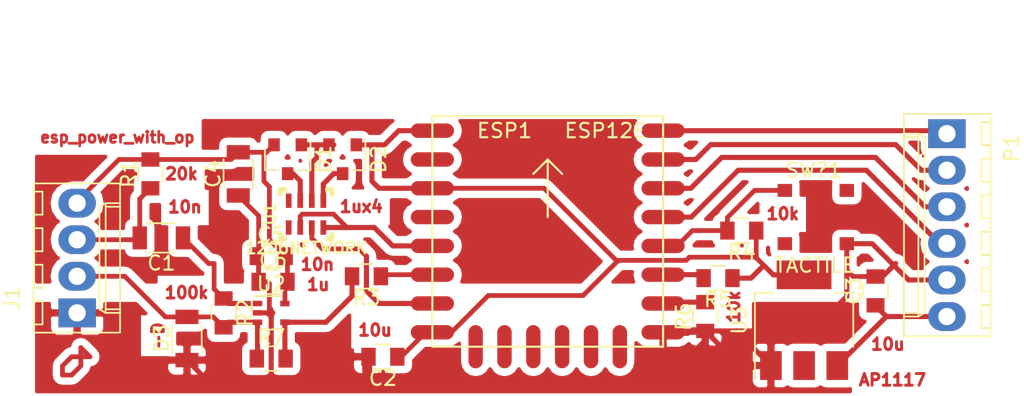
<source format=kicad_pcb>
(kicad_pcb (version 4) (host pcbnew 4.0.6-e0-6349~53~ubuntu16.04.1)

  (general
    (links 54)
    (no_connects 1)
    (area 27.872 23.230999 99.355 51.266)
    (thickness 1.6)
    (drawings 13)
    (tracks 176)
    (zones 0)
    (modules 23)
    (nets 34)
  )

  (page User 140.005 140.005)
  (layers
    (0 F.Cu signal)
    (31 B.Cu signal)
    (32 B.Adhes user)
    (33 F.Adhes user)
    (34 B.Paste user)
    (35 F.Paste user)
    (36 B.SilkS user)
    (37 F.SilkS user)
    (38 B.Mask user)
    (39 F.Mask user)
    (40 Dwgs.User user)
    (41 Cmts.User user)
    (42 Eco1.User user)
    (43 Eco2.User user)
    (44 Edge.Cuts user)
    (45 Margin user)
    (46 B.CrtYd user)
    (47 F.CrtYd user)
    (48 B.Fab user)
    (49 F.Fab user)
  )

  (setup
    (last_trace_width 0.3302)
    (trace_clearance 0.254)
    (zone_clearance 0.508)
    (zone_45_only no)
    (trace_min 0.2)
    (segment_width 0.2)
    (edge_width 0.15)
    (via_size 0.6)
    (via_drill 0.4)
    (via_min_size 0.4)
    (via_min_drill 0.3)
    (uvia_size 0.3)
    (uvia_drill 0.1)
    (uvias_allowed no)
    (uvia_min_size 0)
    (uvia_min_drill 0)
    (pcb_text_width 0.3)
    (pcb_text_size 1.5 1.5)
    (mod_edge_width 0.15)
    (mod_text_size 1 1)
    (mod_text_width 0.15)
    (pad_size 0.65 0.381)
    (pad_drill 0)
    (pad_to_mask_clearance 0.2)
    (aux_axis_origin 0 0)
    (visible_elements FFFEFF7F)
    (pcbplotparams
      (layerselection 0x00000_00000001)
      (usegerberextensions false)
      (excludeedgelayer true)
      (linewidth 0.100000)
      (plotframeref false)
      (viasonmask false)
      (mode 1)
      (useauxorigin false)
      (hpglpennumber 1)
      (hpglpenspeed 20)
      (hpglpendiameter 15)
      (hpglpenoverlay 2)
      (psnegative false)
      (psa4output false)
      (plotreference true)
      (plotvalue true)
      (plotinvisibletext false)
      (padsonsilk false)
      (subtractmaskfromsilk false)
      (outputformat 2)
      (mirror false)
      (drillshape 0)
      (scaleselection 1)
      (outputdirectory ""))
  )

  (net 0 "")
  (net 1 "Net-(C1-Pad1)")
  (net 2 "Net-(C1-Pad2)")
  (net 3 "Net-(D1-Pad1)")
  (net 4 +12V)
  (net 5 "Net-(D1-Pad3)")
  (net 6 +3.3V)
  (net 7 "Net-(D2-Pad3)")
  (net 8 GND)
  (net 9 "Net-(D3-Pad2)")
  (net 10 I2SI)
  (net 11 "Net-(R3-Pad2)")
  (net 12 "Net-(ESP1-Pad18)")
  (net 13 "Net-(ESP1-Pad17)")
  (net 14 "Net-(ESP1-Pad16)")
  (net 15 +5V)
  (net 16 "Net-(ESP1-Pad2)")
  (net 17 "Net-(ESP1-Pad4)")
  (net 18 TH1)
  (net 19 TH0)
  (net 20 "Net-(ESP1-Pad9)")
  (net 21 "Net-(ESP1-Pad10)")
  (net 22 "Net-(ESP1-Pad11)")
  (net 23 "Net-(ESP1-Pad12)")
  (net 24 "Net-(ESP1-Pad13)")
  (net 25 "Net-(ESP1-Pad14)")
  (net 26 "Net-(ESP1-Pad19)")
  (net 27 "Net-(ESP1-Pad20)")
  (net 28 "Net-(ESP1-Pad21)")
  (net 29 "Net-(ESP1-Pad22)")
  (net 30 "Net-(SW?1-Pad2)")
  (net 31 "Net-(SW?1-Pad3)")
  (net 32 "Net-(U1-Pad4)")
  (net 33 "Net-(U1-Pad5)")

  (net_class Default "This is the default net class."
    (clearance 0.254)
    (trace_width 0.3302)
    (via_dia 0.6)
    (via_drill 0.4)
    (uvia_dia 0.3)
    (uvia_drill 0.1)
    (add_net +12V)
    (add_net +3.3V)
    (add_net +5V)
    (add_net GND)
    (add_net I2SI)
    (add_net "Net-(C1-Pad1)")
    (add_net "Net-(C1-Pad2)")
    (add_net "Net-(D1-Pad1)")
    (add_net "Net-(D1-Pad3)")
    (add_net "Net-(D2-Pad3)")
    (add_net "Net-(D3-Pad2)")
    (add_net "Net-(ESP1-Pad10)")
    (add_net "Net-(ESP1-Pad11)")
    (add_net "Net-(ESP1-Pad12)")
    (add_net "Net-(ESP1-Pad13)")
    (add_net "Net-(ESP1-Pad14)")
    (add_net "Net-(ESP1-Pad16)")
    (add_net "Net-(ESP1-Pad17)")
    (add_net "Net-(ESP1-Pad18)")
    (add_net "Net-(ESP1-Pad19)")
    (add_net "Net-(ESP1-Pad2)")
    (add_net "Net-(ESP1-Pad20)")
    (add_net "Net-(ESP1-Pad21)")
    (add_net "Net-(ESP1-Pad22)")
    (add_net "Net-(ESP1-Pad4)")
    (add_net "Net-(ESP1-Pad9)")
    (add_net "Net-(R3-Pad2)")
    (add_net "Net-(SW?1-Pad2)")
    (add_net "Net-(SW?1-Pad3)")
    (add_net "Net-(U1-Pad4)")
    (add_net "Net-(U1-Pad5)")
    (add_net TH0)
    (add_net TH1)
  )

  (module C_0805 (layer F.Cu) (tedit 58AA8463) (tstamp 58D721B3)
    (at 46.863 48.387)
    (descr "Capacitor SMD 0805, reflow soldering, AVX (see smccp.pdf)")
    (tags "capacitor 0805")
    (path /58D6F99C)
    (attr smd)
    (fp_text reference R7 (at 0 -1.5) (layer F.SilkS)
      (effects (font (size 1 1) (thickness 0.15)))
    )
    (fp_text value NP (at 0 1.75) (layer F.Fab)
      (effects (font (size 1 1) (thickness 0.15)))
    )
    (fp_text user %R (at 0 -1.5) (layer F.Fab)
      (effects (font (size 1 1) (thickness 0.15)))
    )
    (fp_line (start -1 0.62) (end -1 -0.62) (layer F.Fab) (width 0.1))
    (fp_line (start 1 0.62) (end -1 0.62) (layer F.Fab) (width 0.1))
    (fp_line (start 1 -0.62) (end 1 0.62) (layer F.Fab) (width 0.1))
    (fp_line (start -1 -0.62) (end 1 -0.62) (layer F.Fab) (width 0.1))
    (fp_line (start 0.5 -0.85) (end -0.5 -0.85) (layer F.SilkS) (width 0.12))
    (fp_line (start -0.5 0.85) (end 0.5 0.85) (layer F.SilkS) (width 0.12))
    (fp_line (start -1.75 -0.88) (end 1.75 -0.88) (layer F.CrtYd) (width 0.05))
    (fp_line (start -1.75 -0.88) (end -1.75 0.87) (layer F.CrtYd) (width 0.05))
    (fp_line (start 1.75 0.87) (end 1.75 -0.88) (layer F.CrtYd) (width 0.05))
    (fp_line (start 1.75 0.87) (end -1.75 0.87) (layer F.CrtYd) (width 0.05))
    (pad 1 smd rect (at -1 0) (size 1 1.25) (layers F.Cu F.Paste F.Mask)
      (net 9 "Net-(D3-Pad2)"))
    (pad 2 smd rect (at 1 0) (size 1 1.25) (layers F.Cu F.Paste F.Mask)
      (net 11 "Net-(R3-Pad2)"))
    (model Capacitors_SMD.3dshapes/C_0805.wrl
      (at (xyz 0 0 0))
      (scale (xyz 1 1 1))
      (rotate (xyz 0 0 0))
    )
  )

  (module C_1206 (layer F.Cu) (tedit 58AA84B8) (tstamp 58D6C733)
    (at 39.243 40.005 180)
    (descr "Capacitor SMD 1206, reflow soldering, AVX (see smccp.pdf)")
    (tags "capacitor 1206")
    (path /58D6CA0E)
    (attr smd)
    (fp_text reference C1 (at 0 -1.75 180) (layer F.SilkS)
      (effects (font (size 1 1) (thickness 0.15)))
    )
    (fp_text value 10n (at 0 2 180) (layer F.Fab)
      (effects (font (size 1 1) (thickness 0.15)))
    )
    (fp_text user %R (at 0 -1.75 180) (layer F.Fab)
      (effects (font (size 1 1) (thickness 0.15)))
    )
    (fp_line (start -1.6 0.8) (end -1.6 -0.8) (layer F.Fab) (width 0.1))
    (fp_line (start 1.6 0.8) (end -1.6 0.8) (layer F.Fab) (width 0.1))
    (fp_line (start 1.6 -0.8) (end 1.6 0.8) (layer F.Fab) (width 0.1))
    (fp_line (start -1.6 -0.8) (end 1.6 -0.8) (layer F.Fab) (width 0.1))
    (fp_line (start 1 -1.02) (end -1 -1.02) (layer F.SilkS) (width 0.12))
    (fp_line (start -1 1.02) (end 1 1.02) (layer F.SilkS) (width 0.12))
    (fp_line (start -2.25 -1.05) (end 2.25 -1.05) (layer F.CrtYd) (width 0.05))
    (fp_line (start -2.25 -1.05) (end -2.25 1.05) (layer F.CrtYd) (width 0.05))
    (fp_line (start 2.25 1.05) (end 2.25 -1.05) (layer F.CrtYd) (width 0.05))
    (fp_line (start 2.25 1.05) (end -2.25 1.05) (layer F.CrtYd) (width 0.05))
    (pad 1 smd rect (at -1.5 0 180) (size 1 1.6) (layers F.Cu F.Paste F.Mask)
      (net 1 "Net-(C1-Pad1)"))
    (pad 2 smd rect (at 1.5 0 180) (size 1 1.6) (layers F.Cu F.Paste F.Mask)
      (net 2 "Net-(C1-Pad2)"))
    (model Capacitors_SMD.3dshapes/C_1206.wrl
      (at (xyz 0 0 0))
      (scale (xyz 1 1 1))
      (rotate (xyz 0 0 0))
    )
  )

  (module SOT-23 (layer F.Cu) (tedit 58CE4E7E) (tstamp 58D6C748)
    (at 48.006 34.544 270)
    (descr "SOT-23, Standard")
    (tags SOT-23)
    (path /58D6CFFD)
    (attr smd)
    (fp_text reference D1 (at 0 -2.5 270) (layer F.SilkS)
      (effects (font (size 1 1) (thickness 0.15)))
    )
    (fp_text value DIODEARRAY_SOT23-3 (at 0 2.5 270) (layer F.Fab)
      (effects (font (size 1 1) (thickness 0.15)))
    )
    (fp_text user %R (at 0 0 270) (layer F.Fab)
      (effects (font (size 0.5 0.5) (thickness 0.075)))
    )
    (fp_line (start -0.7 -0.95) (end -0.7 1.5) (layer F.Fab) (width 0.1))
    (fp_line (start -0.15 -1.52) (end 0.7 -1.52) (layer F.Fab) (width 0.1))
    (fp_line (start -0.7 -0.95) (end -0.15 -1.52) (layer F.Fab) (width 0.1))
    (fp_line (start 0.7 -1.52) (end 0.7 1.52) (layer F.Fab) (width 0.1))
    (fp_line (start -0.7 1.52) (end 0.7 1.52) (layer F.Fab) (width 0.1))
    (fp_line (start 0.76 1.58) (end 0.76 0.65) (layer F.SilkS) (width 0.12))
    (fp_line (start 0.76 -1.58) (end 0.76 -0.65) (layer F.SilkS) (width 0.12))
    (fp_line (start -1.7 -1.75) (end 1.7 -1.75) (layer F.CrtYd) (width 0.05))
    (fp_line (start 1.7 -1.75) (end 1.7 1.75) (layer F.CrtYd) (width 0.05))
    (fp_line (start 1.7 1.75) (end -1.7 1.75) (layer F.CrtYd) (width 0.05))
    (fp_line (start -1.7 1.75) (end -1.7 -1.75) (layer F.CrtYd) (width 0.05))
    (fp_line (start 0.76 -1.58) (end -1.4 -1.58) (layer F.SilkS) (width 0.12))
    (fp_line (start 0.76 1.58) (end -0.7 1.58) (layer F.SilkS) (width 0.12))
    (pad 1 smd rect (at -1 -0.95 270) (size 0.9 0.8) (layers F.Cu F.Paste F.Mask)
      (net 3 "Net-(D1-Pad1)"))
    (pad 2 smd rect (at -1 0.95 270) (size 0.9 0.8) (layers F.Cu F.Paste F.Mask)
      (net 4 +12V))
    (pad 3 smd rect (at 1 0 270) (size 0.9 0.8) (layers F.Cu F.Paste F.Mask)
      (net 5 "Net-(D1-Pad3)"))
    (model ${KISYS3DMOD}/TO_SOT_Packages_SMD.3dshapes/SOT-23.wrl
      (at (xyz 0 0 0))
      (scale (xyz 1 1 1))
      (rotate (xyz 0 0 90))
    )
  )

  (module SOT-23 (layer F.Cu) (tedit 58CE4E7E) (tstamp 58D6C75D)
    (at 51.816 34.544 270)
    (descr "SOT-23, Standard")
    (tags SOT-23)
    (path /58D6CCA0)
    (attr smd)
    (fp_text reference D2 (at 0 -2.5 270) (layer F.SilkS)
      (effects (font (size 1 1) (thickness 0.15)))
    )
    (fp_text value DIODEARRAY_SOT23-3 (at 0 2.5 270) (layer F.Fab)
      (effects (font (size 1 1) (thickness 0.15)))
    )
    (fp_text user %R (at 0 0 270) (layer F.Fab)
      (effects (font (size 0.5 0.5) (thickness 0.075)))
    )
    (fp_line (start -0.7 -0.95) (end -0.7 1.5) (layer F.Fab) (width 0.1))
    (fp_line (start -0.15 -1.52) (end 0.7 -1.52) (layer F.Fab) (width 0.1))
    (fp_line (start -0.7 -0.95) (end -0.15 -1.52) (layer F.Fab) (width 0.1))
    (fp_line (start 0.7 -1.52) (end 0.7 1.52) (layer F.Fab) (width 0.1))
    (fp_line (start -0.7 1.52) (end 0.7 1.52) (layer F.Fab) (width 0.1))
    (fp_line (start 0.76 1.58) (end 0.76 0.65) (layer F.SilkS) (width 0.12))
    (fp_line (start 0.76 -1.58) (end 0.76 -0.65) (layer F.SilkS) (width 0.12))
    (fp_line (start -1.7 -1.75) (end 1.7 -1.75) (layer F.CrtYd) (width 0.05))
    (fp_line (start 1.7 -1.75) (end 1.7 1.75) (layer F.CrtYd) (width 0.05))
    (fp_line (start 1.7 1.75) (end -1.7 1.75) (layer F.CrtYd) (width 0.05))
    (fp_line (start -1.7 1.75) (end -1.7 -1.75) (layer F.CrtYd) (width 0.05))
    (fp_line (start 0.76 -1.58) (end -1.4 -1.58) (layer F.SilkS) (width 0.12))
    (fp_line (start 0.76 1.58) (end -0.7 1.58) (layer F.SilkS) (width 0.12))
    (pad 1 smd rect (at -1 -0.95 270) (size 0.9 0.8) (layers F.Cu F.Paste F.Mask)
      (net 6 +3.3V))
    (pad 2 smd rect (at -1 0.95 270) (size 0.9 0.8) (layers F.Cu F.Paste F.Mask)
      (net 3 "Net-(D1-Pad1)"))
    (pad 3 smd rect (at 1 0 270) (size 0.9 0.8) (layers F.Cu F.Paste F.Mask)
      (net 7 "Net-(D2-Pad3)"))
    (model ${KISYS3DMOD}/TO_SOT_Packages_SMD.3dshapes/SOT-23.wrl
      (at (xyz 0 0 0))
      (scale (xyz 1 1 1))
      (rotate (xyz 0 0 90))
    )
  )

  (module C_1206 (layer F.Cu) (tedit 58AA84B8) (tstamp 58D6C76E)
    (at 41.021 46.99 90)
    (descr "Capacitor SMD 1206, reflow soldering, AVX (see smccp.pdf)")
    (tags "capacitor 1206")
    (path /58D6C5E7)
    (attr smd)
    (fp_text reference D3 (at 0 -1.75 90) (layer F.SilkS)
      (effects (font (size 1 1) (thickness 0.15)))
    )
    (fp_text value D (at 0 2 90) (layer F.Fab)
      (effects (font (size 1 1) (thickness 0.15)))
    )
    (fp_text user %R (at 0 -1.75 90) (layer F.Fab)
      (effects (font (size 1 1) (thickness 0.15)))
    )
    (fp_line (start -1.6 0.8) (end -1.6 -0.8) (layer F.Fab) (width 0.1))
    (fp_line (start 1.6 0.8) (end -1.6 0.8) (layer F.Fab) (width 0.1))
    (fp_line (start 1.6 -0.8) (end 1.6 0.8) (layer F.Fab) (width 0.1))
    (fp_line (start -1.6 -0.8) (end 1.6 -0.8) (layer F.Fab) (width 0.1))
    (fp_line (start 1 -1.02) (end -1 -1.02) (layer F.SilkS) (width 0.12))
    (fp_line (start -1 1.02) (end 1 1.02) (layer F.SilkS) (width 0.12))
    (fp_line (start -2.25 -1.05) (end 2.25 -1.05) (layer F.CrtYd) (width 0.05))
    (fp_line (start -2.25 -1.05) (end -2.25 1.05) (layer F.CrtYd) (width 0.05))
    (fp_line (start 2.25 1.05) (end 2.25 -1.05) (layer F.CrtYd) (width 0.05))
    (fp_line (start 2.25 1.05) (end -2.25 1.05) (layer F.CrtYd) (width 0.05))
    (pad 1 smd rect (at -1.5 0 90) (size 1 1.6) (layers F.Cu F.Paste F.Mask)
      (net 8 GND))
    (pad 2 smd rect (at 1.5 0 90) (size 1 1.6) (layers F.Cu F.Paste F.Mask)
      (net 9 "Net-(D3-Pad2)"))
    (model Capacitors_SMD.3dshapes/C_1206.wrl
      (at (xyz 0 0 0))
      (scale (xyz 1 1 1))
      (rotate (xyz 0 0 0))
    )
  )

  (module C_0805 (layer F.Cu) (tedit 58AA8463) (tstamp 58D6C77F)
    (at 38.481 35.56 90)
    (descr "Capacitor SMD 0805, reflow soldering, AVX (see smccp.pdf)")
    (tags "capacitor 0805")
    (path /58D6DD2B)
    (attr smd)
    (fp_text reference R1 (at 0 -1.5 90) (layer F.SilkS)
      (effects (font (size 1 1) (thickness 0.15)))
    )
    (fp_text value R (at 0 1.75 90) (layer F.Fab)
      (effects (font (size 1 1) (thickness 0.15)))
    )
    (fp_text user %R (at 0 -1.5 90) (layer F.Fab)
      (effects (font (size 1 1) (thickness 0.15)))
    )
    (fp_line (start -1 0.62) (end -1 -0.62) (layer F.Fab) (width 0.1))
    (fp_line (start 1 0.62) (end -1 0.62) (layer F.Fab) (width 0.1))
    (fp_line (start 1 -0.62) (end 1 0.62) (layer F.Fab) (width 0.1))
    (fp_line (start -1 -0.62) (end 1 -0.62) (layer F.Fab) (width 0.1))
    (fp_line (start 0.5 -0.85) (end -0.5 -0.85) (layer F.SilkS) (width 0.12))
    (fp_line (start -0.5 0.85) (end 0.5 0.85) (layer F.SilkS) (width 0.12))
    (fp_line (start -1.75 -0.88) (end 1.75 -0.88) (layer F.CrtYd) (width 0.05))
    (fp_line (start -1.75 -0.88) (end -1.75 0.87) (layer F.CrtYd) (width 0.05))
    (fp_line (start 1.75 0.87) (end 1.75 -0.88) (layer F.CrtYd) (width 0.05))
    (fp_line (start 1.75 0.87) (end -1.75 0.87) (layer F.CrtYd) (width 0.05))
    (pad 1 smd rect (at -1 0 90) (size 1 1.25) (layers F.Cu F.Paste F.Mask)
      (net 2 "Net-(C1-Pad2)"))
    (pad 2 smd rect (at 1 0 90) (size 1 1.25) (layers F.Cu F.Paste F.Mask)
      (net 4 +12V))
    (model Capacitors_SMD.3dshapes/C_0805.wrl
      (at (xyz 0 0 0))
      (scale (xyz 1 1 1))
      (rotate (xyz 0 0 0))
    )
  )

  (module C_0805 (layer F.Cu) (tedit 58AA8463) (tstamp 58D6C790)
    (at 43.561 45.212 270)
    (descr "Capacitor SMD 0805, reflow soldering, AVX (see smccp.pdf)")
    (tags "capacitor 0805")
    (path /58D6CAF6)
    (attr smd)
    (fp_text reference R2 (at 0 -1.5 270) (layer F.SilkS)
      (effects (font (size 1 1) (thickness 0.15)))
    )
    (fp_text value 10k (at 0 1.75 270) (layer F.Fab)
      (effects (font (size 1 1) (thickness 0.15)))
    )
    (fp_text user %R (at 0 -1.5 270) (layer F.Fab)
      (effects (font (size 1 1) (thickness 0.15)))
    )
    (fp_line (start -1 0.62) (end -1 -0.62) (layer F.Fab) (width 0.1))
    (fp_line (start 1 0.62) (end -1 0.62) (layer F.Fab) (width 0.1))
    (fp_line (start 1 -0.62) (end 1 0.62) (layer F.Fab) (width 0.1))
    (fp_line (start -1 -0.62) (end 1 -0.62) (layer F.Fab) (width 0.1))
    (fp_line (start 0.5 -0.85) (end -0.5 -0.85) (layer F.SilkS) (width 0.12))
    (fp_line (start -0.5 0.85) (end 0.5 0.85) (layer F.SilkS) (width 0.12))
    (fp_line (start -1.75 -0.88) (end 1.75 -0.88) (layer F.CrtYd) (width 0.05))
    (fp_line (start -1.75 -0.88) (end -1.75 0.87) (layer F.CrtYd) (width 0.05))
    (fp_line (start 1.75 0.87) (end 1.75 -0.88) (layer F.CrtYd) (width 0.05))
    (fp_line (start 1.75 0.87) (end -1.75 0.87) (layer F.CrtYd) (width 0.05))
    (pad 1 smd rect (at -1 0 270) (size 1 1.25) (layers F.Cu F.Paste F.Mask)
      (net 1 "Net-(C1-Pad1)"))
    (pad 2 smd rect (at 1 0 270) (size 1 1.25) (layers F.Cu F.Paste F.Mask)
      (net 9 "Net-(D3-Pad2)"))
    (model Capacitors_SMD.3dshapes/C_0805.wrl
      (at (xyz 0 0 0))
      (scale (xyz 1 1 1))
      (rotate (xyz 0 0 0))
    )
  )

  (module C_0805 (layer F.Cu) (tedit 58AA8463) (tstamp 58D6C7A1)
    (at 53.467 42.672 180)
    (descr "Capacitor SMD 0805, reflow soldering, AVX (see smccp.pdf)")
    (tags "capacitor 0805")
    (path /58D6D490)
    (attr smd)
    (fp_text reference R3 (at 0 -1.5 180) (layer F.SilkS)
      (effects (font (size 1 1) (thickness 0.15)))
    )
    (fp_text value R (at 0 1.75 180) (layer F.Fab)
      (effects (font (size 1 1) (thickness 0.15)))
    )
    (fp_text user %R (at 0 -1.5 180) (layer F.Fab)
      (effects (font (size 1 1) (thickness 0.15)))
    )
    (fp_line (start -1 0.62) (end -1 -0.62) (layer F.Fab) (width 0.1))
    (fp_line (start 1 0.62) (end -1 0.62) (layer F.Fab) (width 0.1))
    (fp_line (start 1 -0.62) (end 1 0.62) (layer F.Fab) (width 0.1))
    (fp_line (start -1 -0.62) (end 1 -0.62) (layer F.Fab) (width 0.1))
    (fp_line (start 0.5 -0.85) (end -0.5 -0.85) (layer F.SilkS) (width 0.12))
    (fp_line (start -0.5 0.85) (end 0.5 0.85) (layer F.SilkS) (width 0.12))
    (fp_line (start -1.75 -0.88) (end 1.75 -0.88) (layer F.CrtYd) (width 0.05))
    (fp_line (start -1.75 -0.88) (end -1.75 0.87) (layer F.CrtYd) (width 0.05))
    (fp_line (start 1.75 0.87) (end 1.75 -0.88) (layer F.CrtYd) (width 0.05))
    (fp_line (start 1.75 0.87) (end -1.75 0.87) (layer F.CrtYd) (width 0.05))
    (pad 1 smd rect (at -1 0 180) (size 1 1.25) (layers F.Cu F.Paste F.Mask)
      (net 10 I2SI))
    (pad 2 smd rect (at 1 0 180) (size 1 1.25) (layers F.Cu F.Paste F.Mask)
      (net 11 "Net-(R3-Pad2)"))
    (model Capacitors_SMD.3dshapes/C_0805.wrl
      (at (xyz 0 0 0))
      (scale (xyz 1 1 1))
      (rotate (xyz 0 0 0))
    )
  )

  (module C_0805 (layer F.Cu) (tedit 58AA8463) (tstamp 58D6C7B2)
    (at 79.502 39.497 180)
    (descr "Capacitor SMD 0805, reflow soldering, AVX (see smccp.pdf)")
    (tags "capacitor 0805")
    (path /58D613C8)
    (attr smd)
    (fp_text reference R4 (at 0 -1.5 180) (layer F.SilkS)
      (effects (font (size 1 1) (thickness 0.15)))
    )
    (fp_text value R (at 0 1.75 180) (layer F.Fab)
      (effects (font (size 1 1) (thickness 0.15)))
    )
    (fp_text user %R (at 0 -1.5 180) (layer F.Fab)
      (effects (font (size 1 1) (thickness 0.15)))
    )
    (fp_line (start -1 0.62) (end -1 -0.62) (layer F.Fab) (width 0.1))
    (fp_line (start 1 0.62) (end -1 0.62) (layer F.Fab) (width 0.1))
    (fp_line (start 1 -0.62) (end 1 0.62) (layer F.Fab) (width 0.1))
    (fp_line (start -1 -0.62) (end 1 -0.62) (layer F.Fab) (width 0.1))
    (fp_line (start 0.5 -0.85) (end -0.5 -0.85) (layer F.SilkS) (width 0.12))
    (fp_line (start -0.5 0.85) (end 0.5 0.85) (layer F.SilkS) (width 0.12))
    (fp_line (start -1.75 -0.88) (end 1.75 -0.88) (layer F.CrtYd) (width 0.05))
    (fp_line (start -1.75 -0.88) (end -1.75 0.87) (layer F.CrtYd) (width 0.05))
    (fp_line (start 1.75 0.87) (end 1.75 -0.88) (layer F.CrtYd) (width 0.05))
    (fp_line (start 1.75 0.87) (end -1.75 0.87) (layer F.CrtYd) (width 0.05))
    (pad 1 smd rect (at -1 0 180) (size 1 1.25) (layers F.Cu F.Paste F.Mask)
      (net 6 +3.3V))
    (pad 2 smd rect (at 1 0 180) (size 1 1.25) (layers F.Cu F.Paste F.Mask)
      (net 12 "Net-(ESP1-Pad18)"))
    (model Capacitors_SMD.3dshapes/C_0805.wrl
      (at (xyz 0 0 0))
      (scale (xyz 1 1 1))
      (rotate (xyz 0 0 0))
    )
  )

  (module C_0805 (layer F.Cu) (tedit 58AA8463) (tstamp 58D6C7C3)
    (at 77.851 42.799 180)
    (descr "Capacitor SMD 0805, reflow soldering, AVX (see smccp.pdf)")
    (tags "capacitor 0805")
    (path /58D6142C)
    (attr smd)
    (fp_text reference R5 (at 0 -1.5 180) (layer F.SilkS)
      (effects (font (size 1 1) (thickness 0.15)))
    )
    (fp_text value R (at 0 1.75 180) (layer F.Fab)
      (effects (font (size 1 1) (thickness 0.15)))
    )
    (fp_text user %R (at 0 -1.5 180) (layer F.Fab)
      (effects (font (size 1 1) (thickness 0.15)))
    )
    (fp_line (start -1 0.62) (end -1 -0.62) (layer F.Fab) (width 0.1))
    (fp_line (start 1 0.62) (end -1 0.62) (layer F.Fab) (width 0.1))
    (fp_line (start 1 -0.62) (end 1 0.62) (layer F.Fab) (width 0.1))
    (fp_line (start -1 -0.62) (end 1 -0.62) (layer F.Fab) (width 0.1))
    (fp_line (start 0.5 -0.85) (end -0.5 -0.85) (layer F.SilkS) (width 0.12))
    (fp_line (start -0.5 0.85) (end 0.5 0.85) (layer F.SilkS) (width 0.12))
    (fp_line (start -1.75 -0.88) (end 1.75 -0.88) (layer F.CrtYd) (width 0.05))
    (fp_line (start -1.75 -0.88) (end -1.75 0.87) (layer F.CrtYd) (width 0.05))
    (fp_line (start 1.75 0.87) (end 1.75 -0.88) (layer F.CrtYd) (width 0.05))
    (fp_line (start 1.75 0.87) (end -1.75 0.87) (layer F.CrtYd) (width 0.05))
    (pad 1 smd rect (at -1 0 180) (size 1 1.25) (layers F.Cu F.Paste F.Mask)
      (net 6 +3.3V))
    (pad 2 smd rect (at 1 0 180) (size 1 1.25) (layers F.Cu F.Paste F.Mask)
      (net 13 "Net-(ESP1-Pad17)"))
    (model Capacitors_SMD.3dshapes/C_0805.wrl
      (at (xyz 0 0 0))
      (scale (xyz 1 1 1))
      (rotate (xyz 0 0 0))
    )
  )

  (module C_0805 (layer F.Cu) (tedit 58AA8463) (tstamp 58D6C7D4)
    (at 76.962 45.466 90)
    (descr "Capacitor SMD 0805, reflow soldering, AVX (see smccp.pdf)")
    (tags "capacitor 0805")
    (path /58D61200)
    (attr smd)
    (fp_text reference R6 (at 0 -1.5 90) (layer F.SilkS)
      (effects (font (size 1 1) (thickness 0.15)))
    )
    (fp_text value R (at 0 1.75 90) (layer F.Fab)
      (effects (font (size 1 1) (thickness 0.15)))
    )
    (fp_text user %R (at 0 -1.5 90) (layer F.Fab)
      (effects (font (size 1 1) (thickness 0.15)))
    )
    (fp_line (start -1 0.62) (end -1 -0.62) (layer F.Fab) (width 0.1))
    (fp_line (start 1 0.62) (end -1 0.62) (layer F.Fab) (width 0.1))
    (fp_line (start 1 -0.62) (end 1 0.62) (layer F.Fab) (width 0.1))
    (fp_line (start -1 -0.62) (end 1 -0.62) (layer F.Fab) (width 0.1))
    (fp_line (start 0.5 -0.85) (end -0.5 -0.85) (layer F.SilkS) (width 0.12))
    (fp_line (start -0.5 0.85) (end 0.5 0.85) (layer F.SilkS) (width 0.12))
    (fp_line (start -1.75 -0.88) (end 1.75 -0.88) (layer F.CrtYd) (width 0.05))
    (fp_line (start -1.75 -0.88) (end -1.75 0.87) (layer F.CrtYd) (width 0.05))
    (fp_line (start 1.75 0.87) (end 1.75 -0.88) (layer F.CrtYd) (width 0.05))
    (fp_line (start 1.75 0.87) (end -1.75 0.87) (layer F.CrtYd) (width 0.05))
    (pad 1 smd rect (at -1 0 90) (size 1 1.25) (layers F.Cu F.Paste F.Mask)
      (net 8 GND))
    (pad 2 smd rect (at 1 0 90) (size 1 1.25) (layers F.Cu F.Paste F.Mask)
      (net 14 "Net-(ESP1-Pad16)"))
    (model Capacitors_SMD.3dshapes/C_0805.wrl
      (at (xyz 0 0 0))
      (scale (xyz 1 1 1))
      (rotate (xyz 0 0 0))
    )
  )

  (module TO_SOT_Packages_SMD:SOT-223 (layer F.Cu) (tedit 58CE4E7E) (tstamp 58D6C7EA)
    (at 83.82 45.72 90)
    (descr "module CMS SOT223 4 pins")
    (tags "CMS SOT")
    (path /58D60F3B)
    (attr smd)
    (fp_text reference U3 (at 0 -4.5 90) (layer F.SilkS)
      (effects (font (size 1 1) (thickness 0.15)))
    )
    (fp_text value AP1117 (at 0 4.5 90) (layer F.Fab)
      (effects (font (size 1 1) (thickness 0.15)))
    )
    (fp_text user %R (at 0 0 90) (layer F.Fab)
      (effects (font (size 0.8 0.8) (thickness 0.12)))
    )
    (fp_line (start -1.85 -2.3) (end -0.8 -3.35) (layer F.Fab) (width 0.1))
    (fp_line (start 1.91 3.41) (end 1.91 2.15) (layer F.SilkS) (width 0.12))
    (fp_line (start 1.91 -3.41) (end 1.91 -2.15) (layer F.SilkS) (width 0.12))
    (fp_line (start 4.4 -3.6) (end -4.4 -3.6) (layer F.CrtYd) (width 0.05))
    (fp_line (start 4.4 3.6) (end 4.4 -3.6) (layer F.CrtYd) (width 0.05))
    (fp_line (start -4.4 3.6) (end 4.4 3.6) (layer F.CrtYd) (width 0.05))
    (fp_line (start -4.4 -3.6) (end -4.4 3.6) (layer F.CrtYd) (width 0.05))
    (fp_line (start -1.85 -2.3) (end -1.85 3.35) (layer F.Fab) (width 0.1))
    (fp_line (start -1.85 3.41) (end 1.91 3.41) (layer F.SilkS) (width 0.12))
    (fp_line (start -0.8 -3.35) (end 1.85 -3.35) (layer F.Fab) (width 0.1))
    (fp_line (start -4.1 -3.41) (end 1.91 -3.41) (layer F.SilkS) (width 0.12))
    (fp_line (start -1.85 3.35) (end 1.85 3.35) (layer F.Fab) (width 0.1))
    (fp_line (start 1.85 -3.35) (end 1.85 3.35) (layer F.Fab) (width 0.1))
    (pad 4 smd rect (at 3.15 0 90) (size 2 3.8) (layers F.Cu F.Paste F.Mask)
      (net 6 +3.3V))
    (pad 2 smd rect (at -3.15 0 90) (size 2 1.5) (layers F.Cu F.Paste F.Mask)
      (net 6 +3.3V))
    (pad 3 smd rect (at -3.15 2.3 90) (size 2 1.5) (layers F.Cu F.Paste F.Mask)
      (net 15 +5V))
    (pad 1 smd rect (at -3.15 -2.3 90) (size 2 1.5) (layers F.Cu F.Paste F.Mask)
      (net 8 GND))
    (model ${KISYS3DMOD}/TO_SOT_Packages_SMD.3dshapes/SOT-223.wrl
      (at (xyz 0 0 0))
      (scale (xyz 0.4 0.4 0.4))
      (rotate (xyz 0 0 90))
    )
  )

  (module ESP12E (layer F.Cu) (tedit 0) (tstamp 58D6C95C)
    (at 66.04 35.56)
    (path /58D60EF3)
    (fp_text reference ESP1 (at -3 -3) (layer F.SilkS)
      (effects (font (size 1 1) (thickness 0.15)))
    )
    (fp_text value ESP12E (at 4 -3) (layer F.SilkS)
      (effects (font (size 1 1) (thickness 0.15)))
    )
    (fp_line (start 0 -1) (end -1 0) (layer F.SilkS) (width 0.15))
    (fp_line (start 0 -1) (end 1 0) (layer F.SilkS) (width 0.15))
    (fp_line (start 0 -1) (end 0 3) (layer F.SilkS) (width 0.15))
    (fp_line (start -8 12) (end -8 -4) (layer F.SilkS) (width 0.15))
    (fp_line (start -8 -4) (end 8 -4) (layer F.SilkS) (width 0.15))
    (fp_line (start 8 -4) (end 8 12) (layer F.SilkS) (width 0.15))
    (fp_line (start 8 -12) (end -8 -12) (layer Dwgs.User) (width 0.15))
    (fp_line (start -8 -12) (end -8 12) (layer Dwgs.User) (width 0.15))
    (fp_line (start -8 12) (end 8 12) (layer F.SilkS) (width 0.15))
    (fp_line (start 8 12) (end 8 -12) (layer Dwgs.User) (width 0.15))
    (pad 1 smd oval (at -8 -3) (size 3 1) (layers F.Cu F.Paste F.Mask)
      (net 6 +3.3V))
    (pad 2 smd oval (at -8 -1) (size 3 1) (layers F.Cu F.Paste F.Mask)
      (net 16 "Net-(ESP1-Pad2)"))
    (pad 3 smd oval (at -8 1) (size 3 1) (layers F.Cu F.Paste F.Mask)
      (net 6 +3.3V))
    (pad 4 smd oval (at -8 3) (size 3 1) (layers F.Cu F.Paste F.Mask)
      (net 17 "Net-(ESP1-Pad4)"))
    (pad 5 smd oval (at -8 5) (size 3 1) (layers F.Cu F.Paste F.Mask)
      (net 18 TH1))
    (pad 6 smd oval (at -8 7) (size 3 1) (layers F.Cu F.Paste F.Mask)
      (net 10 I2SI))
    (pad 7 smd oval (at -8 9) (size 3 1) (layers F.Cu F.Paste F.Mask)
      (net 19 TH0))
    (pad 8 smd oval (at -8 11) (size 3 1) (layers F.Cu F.Paste F.Mask)
      (net 6 +3.3V))
    (pad 9 smd oval (at -5 12 90) (size 3 1) (layers F.Cu F.Paste F.Mask)
      (net 20 "Net-(ESP1-Pad9)"))
    (pad 10 smd oval (at -3 12 90) (size 3 1) (layers F.Cu F.Paste F.Mask)
      (net 21 "Net-(ESP1-Pad10)"))
    (pad 11 smd oval (at -1 12 90) (size 3 1) (layers F.Cu F.Paste F.Mask)
      (net 22 "Net-(ESP1-Pad11)"))
    (pad 12 smd oval (at 1 12 90) (size 3 1) (layers F.Cu F.Paste F.Mask)
      (net 23 "Net-(ESP1-Pad12)"))
    (pad 13 smd oval (at 3 12 90) (size 3 1) (layers F.Cu F.Paste F.Mask)
      (net 24 "Net-(ESP1-Pad13)"))
    (pad 14 smd oval (at 5 12 90) (size 3 1) (layers F.Cu F.Paste F.Mask)
      (net 25 "Net-(ESP1-Pad14)"))
    (pad 15 smd oval (at 8 11 180) (size 3 1) (layers F.Cu F.Paste F.Mask)
      (net 8 GND))
    (pad 16 smd oval (at 8 9 180) (size 3 1) (layers F.Cu F.Paste F.Mask)
      (net 14 "Net-(ESP1-Pad16)"))
    (pad 17 smd oval (at 8 7 180) (size 3 1) (layers F.Cu F.Paste F.Mask)
      (net 13 "Net-(ESP1-Pad17)"))
    (pad 18 smd oval (at 8 5 180) (size 3 1) (layers F.Cu F.Paste F.Mask)
      (net 12 "Net-(ESP1-Pad18)"))
    (pad 19 smd oval (at 8 3 180) (size 3 1) (layers F.Cu F.Paste F.Mask)
      (net 26 "Net-(ESP1-Pad19)"))
    (pad 20 smd oval (at 8 1 180) (size 3 1) (layers F.Cu F.Paste F.Mask)
      (net 27 "Net-(ESP1-Pad20)"))
    (pad 21 smd oval (at 8 -1 180) (size 3 1) (layers F.Cu F.Paste F.Mask)
      (net 28 "Net-(ESP1-Pad21)"))
    (pad 22 smd oval (at 8 -3 180) (size 3 1) (layers F.Cu F.Paste F.Mask)
      (net 29 "Net-(ESP1-Pad22)"))
  )

  (module NETWORK1206 (layer F.Cu) (tedit 0) (tstamp 58D6C970)
    (at 49.276 38.354 180)
    (path /58D6CDF0)
    (fp_text reference U1 (at 2.5 0 270) (layer F.SilkS)
      (effects (font (size 0.8128 0.7874) (thickness 0.1524)))
    )
    (fp_text value 1206NETWORK (at -0.033 -2.356 180) (layer F.SilkS)
      (effects (font (size 0.8128 0.7874) (thickness 0.1524)))
    )
    (fp_line (start 1.8 1.4) (end 1.8 1.7) (layer F.SilkS) (width 0.381))
    (fp_line (start 1.8 1.7) (end 1.5 1.7) (layer F.SilkS) (width 0.381))
    (fp_line (start -1.8 -1.4) (end -1.8 -1.7) (layer F.SilkS) (width 0.381))
    (fp_line (start -1.8 -1.7) (end -1.5 -1.7) (layer F.SilkS) (width 0.381))
    (fp_line (start 1.5 -1.7) (end 1.8 -1.7) (layer F.SilkS) (width 0.381))
    (fp_line (start 1.8 -1.7) (end 1.8 -1.4) (layer F.SilkS) (width 0.381))
    (fp_line (start -1.8 1.4) (end -1.8 1.7) (layer F.SilkS) (width 0.381))
    (fp_line (start -1.8 1.7) (end -1.5 1.7) (layer F.SilkS) (width 0.381))
    (pad 1 smd rect (at -1.2 0.93 180) (size 0.4 1) (layers F.Cu F.Paste F.Mask)
      (net 7 "Net-(D2-Pad3)"))
    (pad 2 smd rect (at -0.4 0.93 180) (size 0.4 1) (layers F.Cu F.Paste F.Mask)
      (net 3 "Net-(D1-Pad1)"))
    (pad 3 smd rect (at 0.4 0.93 180) (size 0.4 1) (layers F.Cu F.Paste F.Mask)
      (net 5 "Net-(D1-Pad3)"))
    (pad 4 smd rect (at 1.2 0.93 180) (size 0.4 1) (layers F.Cu F.Paste F.Mask)
      (net 32 "Net-(U1-Pad4)"))
    (pad 5 smd rect (at 1.2 -0.93 180) (size 0.4 1) (layers F.Cu F.Paste F.Mask)
      (net 33 "Net-(U1-Pad5)"))
    (pad 6 smd rect (at 0.4 -0.93 180) (size 0.4 1) (layers F.Cu F.Paste F.Mask)
      (net 18 TH1))
    (pad 7 smd rect (at -0.4 -0.93 180) (size 0.4 1) (layers F.Cu F.Paste F.Mask)
      (net 19 TH0))
    (pad 8 smd rect (at -1.2 -0.93 180) (size 0.4 1) (layers F.Cu F.Paste F.Mask)
      (net 18 TH1))
  )

  (module Molex_KK-6410-06_06x2.54mm_Straight (layer F.Cu) (tedit 56C6219D) (tstamp 58D6D804)
    (at 93.726 32.766 270)
    (descr "Connector Headers with Friction Lock, 22-27-2061, http://www.molex.com/pdm_docs/sd/022272021_sd.pdf")
    (tags "connector molex kk_6410 22-27-2061")
    (path /58D615B0)
    (fp_text reference P1 (at 1 -4.5 270) (layer F.SilkS)
      (effects (font (size 1 1) (thickness 0.15)))
    )
    (fp_text value CONN_01X06 (at 6.35 4.5 270) (layer F.Fab)
      (effects (font (size 1 1) (thickness 0.15)))
    )
    (fp_line (start -1.37 -3.02) (end -1.37 2.98) (layer F.SilkS) (width 0.12))
    (fp_line (start -1.37 2.98) (end 14.07 2.98) (layer F.SilkS) (width 0.12))
    (fp_line (start 14.07 2.98) (end 14.07 -3.02) (layer F.SilkS) (width 0.12))
    (fp_line (start 14.07 -3.02) (end -1.37 -3.02) (layer F.SilkS) (width 0.12))
    (fp_line (start 0 2.98) (end 0 1.98) (layer F.SilkS) (width 0.12))
    (fp_line (start 0 1.98) (end 12.7 1.98) (layer F.SilkS) (width 0.12))
    (fp_line (start 12.7 1.98) (end 12.7 2.98) (layer F.SilkS) (width 0.12))
    (fp_line (start 0 1.98) (end 0.25 1.55) (layer F.SilkS) (width 0.12))
    (fp_line (start 0.25 1.55) (end 12.45 1.55) (layer F.SilkS) (width 0.12))
    (fp_line (start 12.45 1.55) (end 12.7 1.98) (layer F.SilkS) (width 0.12))
    (fp_line (start 0.25 2.98) (end 0.25 1.98) (layer F.SilkS) (width 0.12))
    (fp_line (start 12.45 2.98) (end 12.45 1.98) (layer F.SilkS) (width 0.12))
    (fp_line (start -0.8 -3.02) (end -0.8 -2.4) (layer F.SilkS) (width 0.12))
    (fp_line (start -0.8 -2.4) (end 0.8 -2.4) (layer F.SilkS) (width 0.12))
    (fp_line (start 0.8 -2.4) (end 0.8 -3.02) (layer F.SilkS) (width 0.12))
    (fp_line (start 1.74 -3.02) (end 1.74 -2.4) (layer F.SilkS) (width 0.12))
    (fp_line (start 1.74 -2.4) (end 3.34 -2.4) (layer F.SilkS) (width 0.12))
    (fp_line (start 3.34 -2.4) (end 3.34 -3.02) (layer F.SilkS) (width 0.12))
    (fp_line (start 4.28 -3.02) (end 4.28 -2.4) (layer F.SilkS) (width 0.12))
    (fp_line (start 4.28 -2.4) (end 5.88 -2.4) (layer F.SilkS) (width 0.12))
    (fp_line (start 5.88 -2.4) (end 5.88 -3.02) (layer F.SilkS) (width 0.12))
    (fp_line (start 6.82 -3.02) (end 6.82 -2.4) (layer F.SilkS) (width 0.12))
    (fp_line (start 6.82 -2.4) (end 8.42 -2.4) (layer F.SilkS) (width 0.12))
    (fp_line (start 8.42 -2.4) (end 8.42 -3.02) (layer F.SilkS) (width 0.12))
    (fp_line (start 9.36 -3.02) (end 9.36 -2.4) (layer F.SilkS) (width 0.12))
    (fp_line (start 9.36 -2.4) (end 10.96 -2.4) (layer F.SilkS) (width 0.12))
    (fp_line (start 10.96 -2.4) (end 10.96 -3.02) (layer F.SilkS) (width 0.12))
    (fp_line (start 11.9 -3.02) (end 11.9 -2.4) (layer F.SilkS) (width 0.12))
    (fp_line (start 11.9 -2.4) (end 13.5 -2.4) (layer F.SilkS) (width 0.12))
    (fp_line (start 13.5 -2.4) (end 13.5 -3.02) (layer F.SilkS) (width 0.12))
    (fp_line (start -1.9 3.5) (end -1.9 -3.55) (layer F.CrtYd) (width 0.05))
    (fp_line (start -1.9 -3.55) (end 14.6 -3.55) (layer F.CrtYd) (width 0.05))
    (fp_line (start 14.6 -3.55) (end 14.6 3.5) (layer F.CrtYd) (width 0.05))
    (fp_line (start 14.6 3.5) (end -1.9 3.5) (layer F.CrtYd) (width 0.05))
    (pad 1 thru_hole rect (at 0 0 270) (size 2 2.6) (drill 1.2) (layers *.Cu *.Mask)
      (net 29 "Net-(ESP1-Pad22)"))
    (pad 2 thru_hole oval (at 2.54 0 270) (size 2 2.6) (drill 1.2) (layers *.Cu *.Mask)
      (net 28 "Net-(ESP1-Pad21)"))
    (pad 3 thru_hole oval (at 5.08 0 270) (size 2 2.6) (drill 1.2) (layers *.Cu *.Mask)
      (net 27 "Net-(ESP1-Pad20)"))
    (pad 4 thru_hole oval (at 7.62 0 270) (size 2 2.6) (drill 1.2) (layers *.Cu *.Mask)
      (net 26 "Net-(ESP1-Pad19)"))
    (pad 5 thru_hole oval (at 10.16 0 270) (size 2 2.6) (drill 1.2) (layers *.Cu *.Mask)
      (net 8 GND))
    (pad 6 thru_hole oval (at 12.7 0 270) (size 2 2.6) (drill 1.2) (layers *.Cu *.Mask)
      (net 15 +5V))
  )

  (module C_0805 (layer F.Cu) (tedit 58AA8463) (tstamp 58D6E3BF)
    (at 54.61 48.26 180)
    (descr "Capacitor SMD 0805, reflow soldering, AVX (see smccp.pdf)")
    (tags "capacitor 0805")
    (path /58D617D9)
    (attr smd)
    (fp_text reference C2 (at 0 -1.5 180) (layer F.SilkS)
      (effects (font (size 1 1) (thickness 0.15)))
    )
    (fp_text value 10u (at 0 1.75 180) (layer F.Fab)
      (effects (font (size 1 1) (thickness 0.15)))
    )
    (fp_text user %R (at 0 -1.5 180) (layer F.Fab)
      (effects (font (size 1 1) (thickness 0.15)))
    )
    (fp_line (start -1 0.62) (end -1 -0.62) (layer F.Fab) (width 0.1))
    (fp_line (start 1 0.62) (end -1 0.62) (layer F.Fab) (width 0.1))
    (fp_line (start 1 -0.62) (end 1 0.62) (layer F.Fab) (width 0.1))
    (fp_line (start -1 -0.62) (end 1 -0.62) (layer F.Fab) (width 0.1))
    (fp_line (start 0.5 -0.85) (end -0.5 -0.85) (layer F.SilkS) (width 0.12))
    (fp_line (start -0.5 0.85) (end 0.5 0.85) (layer F.SilkS) (width 0.12))
    (fp_line (start -1.75 -0.88) (end 1.75 -0.88) (layer F.CrtYd) (width 0.05))
    (fp_line (start -1.75 -0.88) (end -1.75 0.87) (layer F.CrtYd) (width 0.05))
    (fp_line (start 1.75 0.87) (end 1.75 -0.88) (layer F.CrtYd) (width 0.05))
    (fp_line (start 1.75 0.87) (end -1.75 0.87) (layer F.CrtYd) (width 0.05))
    (pad 1 smd rect (at -1 0 180) (size 1 1.25) (layers F.Cu F.Paste F.Mask)
      (net 6 +3.3V))
    (pad 2 smd rect (at 1 0 180) (size 1 1.25) (layers F.Cu F.Paste F.Mask)
      (net 8 GND))
    (model Capacitors_SMD.3dshapes/C_0805.wrl
      (at (xyz 0 0 0))
      (scale (xyz 1 1 1))
      (rotate (xyz 0 0 0))
    )
  )

  (module C_0805 (layer F.Cu) (tedit 58AA8463) (tstamp 58D6E3D0)
    (at 88.773 43.688 90)
    (descr "Capacitor SMD 0805, reflow soldering, AVX (see smccp.pdf)")
    (tags "capacitor 0805")
    (path /58D6183C)
    (attr smd)
    (fp_text reference C3 (at 0 -1.5 90) (layer F.SilkS)
      (effects (font (size 1 1) (thickness 0.15)))
    )
    (fp_text value 10u (at 0 1.75 90) (layer F.Fab)
      (effects (font (size 1 1) (thickness 0.15)))
    )
    (fp_text user %R (at 0 -1.5 90) (layer F.Fab)
      (effects (font (size 1 1) (thickness 0.15)))
    )
    (fp_line (start -1 0.62) (end -1 -0.62) (layer F.Fab) (width 0.1))
    (fp_line (start 1 0.62) (end -1 0.62) (layer F.Fab) (width 0.1))
    (fp_line (start 1 -0.62) (end 1 0.62) (layer F.Fab) (width 0.1))
    (fp_line (start -1 -0.62) (end 1 -0.62) (layer F.Fab) (width 0.1))
    (fp_line (start 0.5 -0.85) (end -0.5 -0.85) (layer F.SilkS) (width 0.12))
    (fp_line (start -0.5 0.85) (end 0.5 0.85) (layer F.SilkS) (width 0.12))
    (fp_line (start -1.75 -0.88) (end 1.75 -0.88) (layer F.CrtYd) (width 0.05))
    (fp_line (start -1.75 -0.88) (end -1.75 0.87) (layer F.CrtYd) (width 0.05))
    (fp_line (start 1.75 0.87) (end 1.75 -0.88) (layer F.CrtYd) (width 0.05))
    (fp_line (start 1.75 0.87) (end -1.75 0.87) (layer F.CrtYd) (width 0.05))
    (pad 1 smd rect (at -1 0 90) (size 1 1.25) (layers F.Cu F.Paste F.Mask)
      (net 15 +5V))
    (pad 2 smd rect (at 1 0 90) (size 1 1.25) (layers F.Cu F.Paste F.Mask)
      (net 8 GND))
    (model Capacitors_SMD.3dshapes/C_0805.wrl
      (at (xyz 0 0 0))
      (scale (xyz 1 1 1))
      (rotate (xyz 0 0 0))
    )
  )

  (module TACTILE (layer F.Cu) (tedit 0) (tstamp 58D6E3D8)
    (at 84.582 38.608)
    (path /58D61307)
    (fp_text reference SW?1 (at -0.1 -3.3) (layer F.SilkS)
      (effects (font (size 1 1) (thickness 0.15)))
    )
    (fp_text value TACTILE (at 0 3.3) (layer F.SilkS)
      (effects (font (size 1 1) (thickness 0.15)))
    )
    (pad 1 smd rect (at -2.1 -1.9) (size 1 0.9) (layers F.Cu F.Paste F.Mask)
      (net 12 "Net-(ESP1-Pad18)"))
    (pad 2 smd rect (at 2.2 -1.9) (size 1 0.9) (layers F.Cu F.Paste F.Mask)
      (net 30 "Net-(SW?1-Pad2)"))
    (pad 3 smd rect (at -2.1 1.8) (size 1 0.9) (layers F.Cu F.Paste F.Mask)
      (net 31 "Net-(SW?1-Pad3)"))
    (pad 4 smd rect (at 2.2 1.8) (size 1 0.9) (layers F.Cu F.Paste F.Mask)
      (net 8 GND))
  )

  (module SOT-353_SC-70-5 (layer F.Cu) (tedit 58D6CD57) (tstamp 58D70745)
    (at 46.863 45.212)
    (descr "SOT-353, SC-70-5")
    (tags "SOT-353 SC-70-5")
    (path /58D6DA18)
    (attr smd)
    (fp_text reference U2 (at 0 -2) (layer F.SilkS)
      (effects (font (size 1 1) (thickness 0.15)))
    )
    (fp_text value MIC920YC5 (at 0 2 180) (layer F.Fab)
      (effects (font (size 1 1) (thickness 0.15)))
    )
    (fp_text user %R (at 0 0) (layer F.Fab)
      (effects (font (size 0.5 0.5) (thickness 0.075)))
    )
    (fp_line (start 0.7 -1.16) (end -1.2 -1.16) (layer F.SilkS) (width 0.12))
    (fp_line (start -0.7 1.16) (end 0.7 1.16) (layer F.SilkS) (width 0.12))
    (fp_line (start 1.6 1.4) (end 1.6 -1.4) (layer F.CrtYd) (width 0.05))
    (fp_line (start -1.6 -1.4) (end -1.6 1.4) (layer F.CrtYd) (width 0.05))
    (fp_line (start -1.6 -1.4) (end 1.6 -1.4) (layer F.CrtYd) (width 0.05))
    (fp_line (start 0.675 -1.1) (end -0.175 -1.1) (layer F.Fab) (width 0.1))
    (fp_line (start -0.675 -0.6) (end -0.675 1.1) (layer F.Fab) (width 0.1))
    (fp_line (start -1.6 1.4) (end 1.6 1.4) (layer F.CrtYd) (width 0.05))
    (fp_line (start 0.675 -1.1) (end 0.675 1.1) (layer F.Fab) (width 0.1))
    (fp_line (start 0.675 1.1) (end -0.675 1.1) (layer F.Fab) (width 0.1))
    (fp_line (start -0.175 -1.1) (end -0.675 -0.6) (layer F.Fab) (width 0.1))
    (pad 1 smd rect (at -0.95 -0.65) (size 0.65 0.381) (layers F.Cu F.Paste F.Mask)
      (net 1 "Net-(C1-Pad1)"))
    (pad 3 smd rect (at -0.95 0.65) (size 0.65 0.381) (layers F.Cu F.Paste F.Mask)
      (net 9 "Net-(D3-Pad2)"))
    (pad 2 smd rect (at -0.95 0) (size 0.65 0.381) (layers F.Cu F.Paste F.Mask)
      (net 8 GND))
    (pad 4 smd rect (at 0.95 0.65) (size 0.65 0.4) (layers F.Cu F.Paste F.Mask)
      (net 11 "Net-(R3-Pad2)"))
    (pad 5 smd rect (at 0.95 -0.65) (size 0.65 0.4) (layers F.Cu F.Paste F.Mask)
      (net 4 +12V))
    (model ${KISYS3DMOD}/TO_SOT_Packages_SMD.3dshapes/SOT-353_SC-70-5.wrl
      (at (xyz 0 0 0))
      (scale (xyz 1 1 1))
      (rotate (xyz 0 0 0))
    )
  )

  (module Molex_KK-6410-04_04x2.54mm_Straight (layer F.Cu) (tedit 56C6219D) (tstamp 58D720DB)
    (at 33.401 45.212 90)
    (descr "Connector Headers with Friction Lock, 22-27-2041, http://www.molex.com/pdm_docs/sd/022272021_sd.pdf")
    (tags "connector molex kk_6410 22-27-2041")
    (path /58D6F40E)
    (fp_text reference J1 (at 1 -4.5 90) (layer F.SilkS)
      (effects (font (size 1 1) (thickness 0.15)))
    )
    (fp_text value CONN_01X04 (at 3.81 4.5 90) (layer F.Fab)
      (effects (font (size 1 1) (thickness 0.15)))
    )
    (fp_line (start -1.37 -3.02) (end -1.37 2.98) (layer F.SilkS) (width 0.12))
    (fp_line (start -1.37 2.98) (end 8.99 2.98) (layer F.SilkS) (width 0.12))
    (fp_line (start 8.99 2.98) (end 8.99 -3.02) (layer F.SilkS) (width 0.12))
    (fp_line (start 8.99 -3.02) (end -1.37 -3.02) (layer F.SilkS) (width 0.12))
    (fp_line (start 0 2.98) (end 0 1.98) (layer F.SilkS) (width 0.12))
    (fp_line (start 0 1.98) (end 7.62 1.98) (layer F.SilkS) (width 0.12))
    (fp_line (start 7.62 1.98) (end 7.62 2.98) (layer F.SilkS) (width 0.12))
    (fp_line (start 0 1.98) (end 0.25 1.55) (layer F.SilkS) (width 0.12))
    (fp_line (start 0.25 1.55) (end 7.37 1.55) (layer F.SilkS) (width 0.12))
    (fp_line (start 7.37 1.55) (end 7.62 1.98) (layer F.SilkS) (width 0.12))
    (fp_line (start 0.25 2.98) (end 0.25 1.98) (layer F.SilkS) (width 0.12))
    (fp_line (start 7.37 2.98) (end 7.37 1.98) (layer F.SilkS) (width 0.12))
    (fp_line (start -0.8 -3.02) (end -0.8 -2.4) (layer F.SilkS) (width 0.12))
    (fp_line (start -0.8 -2.4) (end 0.8 -2.4) (layer F.SilkS) (width 0.12))
    (fp_line (start 0.8 -2.4) (end 0.8 -3.02) (layer F.SilkS) (width 0.12))
    (fp_line (start 1.74 -3.02) (end 1.74 -2.4) (layer F.SilkS) (width 0.12))
    (fp_line (start 1.74 -2.4) (end 3.34 -2.4) (layer F.SilkS) (width 0.12))
    (fp_line (start 3.34 -2.4) (end 3.34 -3.02) (layer F.SilkS) (width 0.12))
    (fp_line (start 4.28 -3.02) (end 4.28 -2.4) (layer F.SilkS) (width 0.12))
    (fp_line (start 4.28 -2.4) (end 5.88 -2.4) (layer F.SilkS) (width 0.12))
    (fp_line (start 5.88 -2.4) (end 5.88 -3.02) (layer F.SilkS) (width 0.12))
    (fp_line (start 6.82 -3.02) (end 6.82 -2.4) (layer F.SilkS) (width 0.12))
    (fp_line (start 6.82 -2.4) (end 8.42 -2.4) (layer F.SilkS) (width 0.12))
    (fp_line (start 8.42 -2.4) (end 8.42 -3.02) (layer F.SilkS) (width 0.12))
    (fp_line (start -1.9 3.5) (end -1.9 -3.55) (layer F.CrtYd) (width 0.05))
    (fp_line (start -1.9 -3.55) (end 9.5 -3.55) (layer F.CrtYd) (width 0.05))
    (fp_line (start 9.5 -3.55) (end 9.5 3.5) (layer F.CrtYd) (width 0.05))
    (fp_line (start 9.5 3.5) (end -1.9 3.5) (layer F.CrtYd) (width 0.05))
    (pad 1 thru_hole rect (at 0 0 90) (size 2 2.6) (drill 1.2) (layers *.Cu *.Mask)
      (net 8 GND))
    (pad 2 thru_hole oval (at 2.54 0 90) (size 2 2.6) (drill 1.2) (layers *.Cu *.Mask)
      (net 9 "Net-(D3-Pad2)"))
    (pad 3 thru_hole oval (at 5.08 0 90) (size 2 2.6) (drill 1.2) (layers *.Cu *.Mask)
      (net 2 "Net-(C1-Pad2)"))
    (pad 4 thru_hole oval (at 7.62 0 90) (size 2 2.6) (drill 1.2) (layers *.Cu *.Mask)
      (net 4 +12V))
  )

  (module C_1206 (layer F.Cu) (tedit 58AA84B8) (tstamp 58D723A3)
    (at 44.577 35.56 90)
    (descr "Capacitor SMD 1206, reflow soldering, AVX (see smccp.pdf)")
    (tags "capacitor 1206")
    (path /58D701D4)
    (attr smd)
    (fp_text reference C4 (at 0 -1.75 90) (layer F.SilkS)
      (effects (font (size 1 1) (thickness 0.15)))
    )
    (fp_text value 100uF (at 0 2 90) (layer F.Fab)
      (effects (font (size 1 1) (thickness 0.15)))
    )
    (fp_text user %R (at 0 -1.75 90) (layer F.Fab)
      (effects (font (size 1 1) (thickness 0.15)))
    )
    (fp_line (start -1.6 0.8) (end -1.6 -0.8) (layer F.Fab) (width 0.1))
    (fp_line (start 1.6 0.8) (end -1.6 0.8) (layer F.Fab) (width 0.1))
    (fp_line (start 1.6 -0.8) (end 1.6 0.8) (layer F.Fab) (width 0.1))
    (fp_line (start -1.6 -0.8) (end 1.6 -0.8) (layer F.Fab) (width 0.1))
    (fp_line (start 1 -1.02) (end -1 -1.02) (layer F.SilkS) (width 0.12))
    (fp_line (start -1 1.02) (end 1 1.02) (layer F.SilkS) (width 0.12))
    (fp_line (start -2.25 -1.05) (end 2.25 -1.05) (layer F.CrtYd) (width 0.05))
    (fp_line (start -2.25 -1.05) (end -2.25 1.05) (layer F.CrtYd) (width 0.05))
    (fp_line (start 2.25 1.05) (end 2.25 -1.05) (layer F.CrtYd) (width 0.05))
    (fp_line (start 2.25 1.05) (end -2.25 1.05) (layer F.CrtYd) (width 0.05))
    (pad 1 smd rect (at -1.5 0 90) (size 1 1.6) (layers F.Cu F.Paste F.Mask)
      (net 8 GND))
    (pad 2 smd rect (at 1.5 0 90) (size 1 1.6) (layers F.Cu F.Paste F.Mask)
      (net 4 +12V))
    (model Capacitors_SMD.3dshapes/C_1206.wrl
      (at (xyz 0 0 0))
      (scale (xyz 1 1 1))
      (rotate (xyz 0 0 0))
    )
  )

  (module C_0805 (layer F.Cu) (tedit 58AA8463) (tstamp 58D723B4)
    (at 46.863 41.275)
    (descr "Capacitor SMD 0805, reflow soldering, AVX (see smccp.pdf)")
    (tags "capacitor 0805")
    (path /58D70493)
    (attr smd)
    (fp_text reference C5 (at 0 -1.5) (layer F.SilkS)
      (effects (font (size 1 1) (thickness 0.15)))
    )
    (fp_text value 10n (at 0 1.75) (layer F.Fab)
      (effects (font (size 1 1) (thickness 0.15)))
    )
    (fp_text user %R (at 0 -1.5) (layer F.Fab)
      (effects (font (size 1 1) (thickness 0.15)))
    )
    (fp_line (start -1 0.62) (end -1 -0.62) (layer F.Fab) (width 0.1))
    (fp_line (start 1 0.62) (end -1 0.62) (layer F.Fab) (width 0.1))
    (fp_line (start 1 -0.62) (end 1 0.62) (layer F.Fab) (width 0.1))
    (fp_line (start -1 -0.62) (end 1 -0.62) (layer F.Fab) (width 0.1))
    (fp_line (start 0.5 -0.85) (end -0.5 -0.85) (layer F.SilkS) (width 0.12))
    (fp_line (start -0.5 0.85) (end 0.5 0.85) (layer F.SilkS) (width 0.12))
    (fp_line (start -1.75 -0.88) (end 1.75 -0.88) (layer F.CrtYd) (width 0.05))
    (fp_line (start -1.75 -0.88) (end -1.75 0.87) (layer F.CrtYd) (width 0.05))
    (fp_line (start 1.75 0.87) (end 1.75 -0.88) (layer F.CrtYd) (width 0.05))
    (fp_line (start 1.75 0.87) (end -1.75 0.87) (layer F.CrtYd) (width 0.05))
    (pad 1 smd rect (at -1 0) (size 1 1.25) (layers F.Cu F.Paste F.Mask)
      (net 8 GND))
    (pad 2 smd rect (at 1 0) (size 1 1.25) (layers F.Cu F.Paste F.Mask)
      (net 4 +12V))
    (model Capacitors_SMD.3dshapes/C_0805.wrl
      (at (xyz 0 0 0))
      (scale (xyz 1 1 1))
      (rotate (xyz 0 0 0))
    )
  )

  (module C_0805 (layer F.Cu) (tedit 58AA8463) (tstamp 58D723C5)
    (at 46.99 43.053)
    (descr "Capacitor SMD 0805, reflow soldering, AVX (see smccp.pdf)")
    (tags "capacitor 0805")
    (path /58D6FFF5)
    (attr smd)
    (fp_text reference C6 (at 0 -1.5) (layer F.SilkS)
      (effects (font (size 1 1) (thickness 0.15)))
    )
    (fp_text value 10n (at 0 1.75) (layer F.Fab)
      (effects (font (size 1 1) (thickness 0.15)))
    )
    (fp_text user %R (at 0 -1.5) (layer F.Fab)
      (effects (font (size 1 1) (thickness 0.15)))
    )
    (fp_line (start -1 0.62) (end -1 -0.62) (layer F.Fab) (width 0.1))
    (fp_line (start 1 0.62) (end -1 0.62) (layer F.Fab) (width 0.1))
    (fp_line (start 1 -0.62) (end 1 0.62) (layer F.Fab) (width 0.1))
    (fp_line (start -1 -0.62) (end 1 -0.62) (layer F.Fab) (width 0.1))
    (fp_line (start 0.5 -0.85) (end -0.5 -0.85) (layer F.SilkS) (width 0.12))
    (fp_line (start -0.5 0.85) (end 0.5 0.85) (layer F.SilkS) (width 0.12))
    (fp_line (start -1.75 -0.88) (end 1.75 -0.88) (layer F.CrtYd) (width 0.05))
    (fp_line (start -1.75 -0.88) (end -1.75 0.87) (layer F.CrtYd) (width 0.05))
    (fp_line (start 1.75 0.87) (end 1.75 -0.88) (layer F.CrtYd) (width 0.05))
    (fp_line (start 1.75 0.87) (end -1.75 0.87) (layer F.CrtYd) (width 0.05))
    (pad 1 smd rect (at -1 0) (size 1 1.25) (layers F.Cu F.Paste F.Mask)
      (net 8 GND))
    (pad 2 smd rect (at 1 0) (size 1 1.25) (layers F.Cu F.Paste F.Mask)
      (net 4 +12V))
    (model Capacitors_SMD.3dshapes/C_0805.wrl
      (at (xyz 0 0 0))
      (scale (xyz 1 1 1))
      (rotate (xyz 0 0 0))
    )
  )

  (gr_text esp_power_with_op (at 36.195 33.02) (layer F.Cu)
    (effects (font (size 0.762 0.762) (thickness 0.1905)))
  )
  (gr_text 1ux4 (at 53.11 37.83) (layer F.Cu)
    (effects (font (size 0.8128 0.8128) (thickness 0.2032)))
  )
  (gr_text -D (at 39.01 46.8 90) (layer F.Cu)
    (effects (font (size 0.8128 0.8128) (thickness 0.2032)))
  )
  (gr_text 100k (at 40.99 43.81) (layer F.Cu)
    (effects (font (size 0.8128 0.8128) (thickness 0.2032)))
  )
  (gr_text 10n (at 50.07 41.85) (layer F.Cu)
    (effects (font (size 0.8128 0.8128) (thickness 0.2032)))
  )
  (gr_text 1u (at 50.12 43.25) (layer F.Cu)
    (effects (font (size 0.8128 0.8128) (thickness 0.2032)))
  )
  (gr_text 10n (at 40.88 37.86) (layer F.Cu)
    (effects (font (size 0.8128 0.8128) (thickness 0.2032)))
  )
  (gr_text 20k (at 40.64 35.56) (layer F.Cu)
    (effects (font (size 0.8128 0.8128) (thickness 0.2032)))
  )
  (gr_text AP1117 (at 89.95 49.87) (layer F.Cu)
    (effects (font (size 0.8128 0.8128) (thickness 0.2032)))
  )
  (gr_text 10k (at 82.33918 38.33368) (layer F.Cu)
    (effects (font (size 0.8128 0.8128) (thickness 0.2032)))
  )
  (gr_text 10k (at 78.9432 44.78528 90) (layer F.Cu)
    (effects (font (size 0.8128 0.8128) (thickness 0.2032)))
  )
  (gr_text 10u (at 89.63 47.39) (layer F.Cu)
    (effects (font (size 0.8128 0.8128) (thickness 0.2032)))
  )
  (gr_text 10u (at 54.0639 46.40834) (layer F.Cu)
    (effects (font (size 0.8128 0.8128) (thickness 0.2032)))
  )

  (segment (start 32.385 49.53) (end 32.385 48.895) (width 0.3302) (layer F.Cu) (net 0))
  (segment (start 33.02 49.53) (end 32.385 49.53) (width 0.3302) (layer F.Cu) (net 0) (tstamp 58DC4EEF))
  (segment (start 33.655 48.895) (end 33.02 49.53) (width 0.3302) (layer F.Cu) (net 0) (tstamp 58DC4EEE))
  (segment (start 33.655 48.26) (end 33.655 48.895) (width 0.3302) (layer F.Cu) (net 0) (tstamp 58DC4EED))
  (segment (start 33.02 48.26) (end 33.655 48.26) (width 0.3302) (layer F.Cu) (net 0) (tstamp 58DC4EE9))
  (segment (start 32.385 48.895) (end 33.02 48.26) (width 0.3302) (layer F.Cu) (net 0) (tstamp 58DC4EE8))
  (segment (start 33.655 48.26) (end 33.655 47.625) (width 0.3302) (layer F.Cu) (net 0) (tstamp 58DC4EEA))
  (segment (start 33.655 47.625) (end 34.29 48.26) (width 0.3302) (layer F.Cu) (net 0) (tstamp 58DC4EEB))
  (segment (start 34.29 48.26) (end 33.655 48.26) (width 0.3302) (layer F.Cu) (net 0) (tstamp 58DC4EEC))
  (segment (start 42.902 41.783) (end 42.521 41.783) (width 0.3302) (layer F.Cu) (net 1))
  (segment (start 43.561 44.212) (end 42.902 43.553) (width 0.3302) (layer F.Cu) (net 1) (tstamp 58D722C2))
  (segment (start 42.902 41.783) (end 42.902 43.553) (width 0.3302) (layer F.Cu) (net 1))
  (segment (start 42.521 41.783) (end 40.743 40.005) (width 0.3302) (layer F.Cu) (net 1) (tstamp 58D723F4))
  (segment (start 45.913 44.562) (end 43.911 44.562) (width 0.3556) (layer F.Cu) (net 1))
  (segment (start 43.911 44.562) (end 43.561 44.212) (width 0.3556) (layer F.Cu) (net 1) (tstamp 58D72216))
  (segment (start 37.743 40.005) (end 37.743 37.298) (width 0.3302) (layer F.Cu) (net 2))
  (segment (start 37.743 37.298) (end 38.481 36.56) (width 0.3302) (layer F.Cu) (net 2) (tstamp 58D723F1))
  (segment (start 33.401 40.132) (end 37.616 40.132) (width 0.3302) (layer F.Cu) (net 2))
  (segment (start 37.616 40.132) (end 37.743 40.005) (width 0.3302) (layer F.Cu) (net 2) (tstamp 58D723EE))
  (segment (start 50.038 33.544) (end 50.038 34.417) (width 0.3556) (layer F.Cu) (net 3))
  (segment (start 49.676 34.779) (end 49.676 37.424) (width 0.3556) (layer F.Cu) (net 3) (tstamp 58D7226A))
  (segment (start 50.038 34.417) (end 49.676 34.779) (width 0.3556) (layer F.Cu) (net 3) (tstamp 58D72269))
  (segment (start 48.956 33.544) (end 50.038 33.544) (width 0.3556) (layer F.Cu) (net 3))
  (segment (start 50.038 33.544) (end 51.197 33.544) (width 0.3556) (layer F.Cu) (net 3) (tstamp 58D72267))
  (segment (start 51.197 33.544) (end 50.866 33.544) (width 0.3556) (layer F.Cu) (net 3) (tstamp 58D72264))
  (segment (start 33.401 37.592) (end 33.401 37.465) (width 0.3302) (layer F.Cu) (net 4))
  (segment (start 33.401 37.465) (end 36.306 34.56) (width 0.3302) (layer F.Cu) (net 4) (tstamp 58D724B2))
  (segment (start 36.306 34.56) (end 38.481 34.56) (width 0.3302) (layer F.Cu) (net 4) (tstamp 58D724B3))
  (segment (start 38.481 34.56) (end 44.077 34.56) (width 0.3302) (layer F.Cu) (net 4))
  (segment (start 44.077 34.56) (end 44.577 34.06) (width 0.3302) (layer F.Cu) (net 4) (tstamp 58D724AF))
  (segment (start 47.863 41.275) (end 47.863 41.259) (width 0.3302) (layer F.Cu) (net 4))
  (segment (start 47.863 41.259) (end 46.736 40.132) (width 0.3302) (layer F.Cu) (net 4) (tstamp 58D724A7))
  (segment (start 46.355 36.068) (end 46.355 34.06) (width 0.3302) (layer F.Cu) (net 4) (tstamp 58D724AA))
  (segment (start 46.736 36.449) (end 46.355 36.068) (width 0.3302) (layer F.Cu) (net 4) (tstamp 58D724A9))
  (segment (start 46.736 40.132) (end 46.736 36.449) (width 0.3302) (layer F.Cu) (net 4) (tstamp 58D724A8))
  (segment (start 47.813 44.562) (end 47.813 43.23) (width 0.3302) (layer F.Cu) (net 4))
  (segment (start 47.813 43.23) (end 47.99 43.053) (width 0.3302) (layer F.Cu) (net 4) (tstamp 58D724A4))
  (segment (start 47.99 43.053) (end 47.99 41.402) (width 0.3302) (layer F.Cu) (net 4))
  (segment (start 47.99 41.402) (end 47.863 41.275) (width 0.3302) (layer F.Cu) (net 4) (tstamp 58D724A1))
  (segment (start 44.577 34.06) (end 46.355 34.06) (width 0.3302) (layer F.Cu) (net 4))
  (segment (start 46.355 34.06) (end 46.54 34.06) (width 0.3302) (layer F.Cu) (net 4) (tstamp 58D724AD))
  (segment (start 46.54 34.06) (end 47.056 33.544) (width 0.3302) (layer F.Cu) (net 4) (tstamp 58D72442))
  (segment (start 48.006 35.544) (end 48.371 35.544) (width 0.3556) (layer F.Cu) (net 5))
  (segment (start 48.371 35.544) (end 48.876 36.049) (width 0.3556) (layer F.Cu) (net 5) (tstamp 58D72260))
  (segment (start 48.876 36.049) (end 48.876 37.424) (width 0.3556) (layer F.Cu) (net 5) (tstamp 58D72261))
  (segment (start 55.61 48.26) (end 55.88 48.26) (width 0.3302) (layer F.Cu) (net 6))
  (segment (start 55.88 48.26) (end 57.58 46.56) (width 0.3302) (layer F.Cu) (net 6) (tstamp 58D7254F))
  (segment (start 57.58 46.56) (end 58.04 46.56) (width 0.3302) (layer F.Cu) (net 6) (tstamp 58D72550))
  (segment (start 58.04 36.56) (end 65.78524 36.56) (width 0.3302) (layer F.Cu) (net 6))
  (segment (start 65.78524 36.56) (end 70.86346 41.63822) (width 0.3302) (layer F.Cu) (net 6) (tstamp 58D724EC))
  (segment (start 80.502 41.34612) (end 75.85964 41.34612) (width 0.3302) (layer F.Cu) (net 6))
  (segment (start 75.85964 41.34612) (end 75.6412 41.56456) (width 0.3302) (layer F.Cu) (net 6) (tstamp 58D724E1))
  (segment (start 75.6412 41.56456) (end 70.93712 41.56456) (width 0.3302) (layer F.Cu) (net 6) (tstamp 58D724E2))
  (segment (start 70.93712 41.56456) (end 70.86346 41.63822) (width 0.3302) (layer F.Cu) (net 6) (tstamp 58D724E3))
  (segment (start 61.91504 44.00804) (end 59.36308 46.56) (width 0.3302) (layer F.Cu) (net 6) (tstamp 58D724E6))
  (segment (start 70.86346 41.63822) (end 68.49364 44.00804) (width 0.3302) (layer F.Cu) (net 6) (tstamp 58D724F0))
  (segment (start 68.49364 44.00804) (end 61.91504 44.00804) (width 0.3302) (layer F.Cu) (net 6) (tstamp 58D724E4))
  (segment (start 59.36308 46.56) (end 58.04 46.56) (width 0.3302) (layer F.Cu) (net 6) (tstamp 58D724E8))
  (segment (start 80.502 39.497) (end 80.502 41.34612) (width 0.3302) (layer F.Cu) (net 6))
  (segment (start 80.502 41.34612) (end 80.502 41.386) (width 0.3302) (layer F.Cu) (net 6) (tstamp 58D724DF))
  (segment (start 80.502 41.386) (end 81.026 41.91) (width 0.3302) (layer F.Cu) (net 6) (tstamp 58D724D3))
  (segment (start 58.04 36.56) (end 54.34 36.56) (width 0.3556) (layer F.Cu) (net 6))
  (segment (start 53.848 36.068) (end 53.848 33.544) (width 0.3556) (layer F.Cu) (net 6) (tstamp 58D72276))
  (segment (start 54.34 36.56) (end 53.848 36.068) (width 0.3556) (layer F.Cu) (net 6) (tstamp 58D72275))
  (segment (start 52.766 33.544) (end 53.848 33.544) (width 0.3556) (layer F.Cu) (net 6))
  (segment (start 53.848 33.544) (end 54.721 33.544) (width 0.3556) (layer F.Cu) (net 6) (tstamp 58D72279))
  (segment (start 55.705 32.56) (end 58.04 32.56) (width 0.3556) (layer F.Cu) (net 6) (tstamp 58D72272))
  (segment (start 54.721 33.544) (end 55.705 32.56) (width 0.3556) (layer F.Cu) (net 6) (tstamp 58D72271))
  (segment (start 78.851 42.799) (end 80.137 42.799) (width 0.3556) (layer F.Cu) (net 6))
  (segment (start 80.137 42.799) (end 81.026 41.91) (width 0.3556) (layer F.Cu) (net 6) (tstamp 58D6E4E7))
  (segment (start 81.686 42.57) (end 83.82 42.57) (width 0.3556) (layer F.Cu) (net 6) (tstamp 58D6E4CA))
  (segment (start 81.026 41.91) (end 81.686 42.57) (width 0.3556) (layer F.Cu) (net 6) (tstamp 58D6E4EA))
  (segment (start 50.476 37.424) (end 50.476 36.265) (width 0.3556) (layer F.Cu) (net 7))
  (segment (start 51.197 35.544) (end 51.816 35.544) (width 0.3556) (layer F.Cu) (net 7) (tstamp 58D7226E))
  (segment (start 50.476 36.265) (end 51.197 35.544) (width 0.3556) (layer F.Cu) (net 7) (tstamp 58D7226D))
  (segment (start 53.34 50.419) (end 53.34 48.53) (width 0.3302) (layer F.Cu) (net 8))
  (segment (start 53.34 48.53) (end 53.61 48.26) (width 0.3302) (layer F.Cu) (net 8) (tstamp 58D7254C))
  (segment (start 88.773 42.688) (end 87.22944 42.688) (width 0.3302) (layer F.Cu) (net 8))
  (segment (start 87.22944 42.688) (end 86.782 42.24056) (width 0.3302) (layer F.Cu) (net 8) (tstamp 58D724F2))
  (segment (start 45.99 42.291) (end 45.99 41.402) (width 0.3302) (layer F.Cu) (net 8))
  (segment (start 45.99 41.402) (end 45.863 41.275) (width 0.3302) (layer F.Cu) (net 8) (tstamp 58D7249E))
  (segment (start 45.99 43.053) (end 45.99 42.291) (width 0.3302) (layer F.Cu) (net 8))
  (segment (start 45.99 42.291) (end 45.99 38.473) (width 0.3302) (layer F.Cu) (net 8) (tstamp 58D7249C))
  (segment (start 45.99 38.473) (end 44.577 37.06) (width 0.3302) (layer F.Cu) (net 8) (tstamp 58D72463))
  (segment (start 46.736 45.212) (end 46.736 43.18) (width 0.3302) (layer F.Cu) (net 8))
  (segment (start 46.609 43.053) (end 45.99 43.053) (width 0.3302) (layer F.Cu) (net 8) (tstamp 58D72460))
  (segment (start 46.736 43.18) (end 46.609 43.053) (width 0.3302) (layer F.Cu) (net 8) (tstamp 58D7245F))
  (segment (start 46.609 45.212) (end 46.736 45.212) (width 0.3556) (layer F.Cu) (net 8) (tstamp 58D7220D))
  (segment (start 46.736 45.212) (end 45.913 45.212) (width 0.3556) (layer F.Cu) (net 8) (tstamp 58D7245D))
  (segment (start 76.962 46.466) (end 76.962 47.117) (width 0.3556) (layer F.Cu) (net 8))
  (segment (start 42.95 50.419) (end 41.021 48.49) (width 0.3556) (layer F.Cu) (net 8) (tstamp 58D721F5))
  (segment (start 76.962 47.117) (end 73.66 50.419) (width 0.3556) (layer F.Cu) (net 8) (tstamp 58D721F2))
  (segment (start 79.116 46.466) (end 84.382894 46.466) (width 0.3556) (layer F.Cu) (net 8))
  (segment (start 86.782 44.066894) (end 86.782 42.24056) (width 0.3556) (layer F.Cu) (net 8))
  (segment (start 84.382894 46.466) (end 86.782 44.066894) (width 0.3556) (layer F.Cu) (net 8))
  (segment (start 86.782 42.24056) (end 86.782 40.408) (width 0.3556) (layer F.Cu) (net 8) (tstamp 58D724F5))
  (segment (start 88.773 42.688) (end 89.265 42.688) (width 0.3556) (layer F.Cu) (net 8))
  (segment (start 89.265 42.688) (end 90.17 41.783) (width 0.3556) (layer F.Cu) (net 8) (tstamp 58D6E556))
  (segment (start 78.613 47.895) (end 78.391 47.895) (width 0.3556) (layer F.Cu) (net 8))
  (segment (start 78.391 47.895) (end 76.962 46.466) (width 0.3556) (layer F.Cu) (net 8) (tstamp 58D6E537))
  (segment (start 86.782 40.408) (end 88.541 40.408) (width 0.3556) (layer F.Cu) (net 8))
  (segment (start 91.059 42.926) (end 93.726 42.926) (width 0.3556) (layer F.Cu) (net 8) (tstamp 58D6E504))
  (segment (start 88.541 40.408) (end 91.059 42.926) (width 0.3556) (layer F.Cu) (net 8) (tstamp 58D6E502))
  (segment (start 76.962 46.466) (end 79.116 46.466) (width 0.3556) (layer F.Cu) (net 8))
  (segment (start 79.116 46.466) (end 81.52 48.87) (width 0.3556) (layer F.Cu) (net 8) (tstamp 58D6E4F3))
  (segment (start 74.04 46.56) (end 76.868 46.56) (width 0.3556) (layer F.Cu) (net 8))
  (segment (start 76.868 46.56) (end 76.962 46.466) (width 0.3556) (layer F.Cu) (net 8) (tstamp 58D6E4F0))
  (segment (start 46.863 45.466) (end 46.609 45.212) (width 0.3556) (layer F.Cu) (net 8) (tstamp 58D7220C))
  (segment (start 73.66 50.419) (end 53.34 50.419) (width 0.3556) (layer F.Cu) (net 8) (tstamp 58D721F3))
  (segment (start 53.34 50.419) (end 46.863 50.419) (width 0.3556) (layer F.Cu) (net 8) (tstamp 58D7254A))
  (segment (start 46.863 50.419) (end 42.95 50.419) (width 0.3556) (layer F.Cu) (net 8) (tstamp 58D7220A))
  (segment (start 46.863 50.419) (end 46.863 45.466) (width 0.3556) (layer F.Cu) (net 8))
  (segment (start 41.021 45.49) (end 42.839 45.49) (width 0.3302) (layer F.Cu) (net 9))
  (segment (start 42.839 45.49) (end 43.561 46.212) (width 0.3302) (layer F.Cu) (net 9) (tstamp 58D722CB))
  (segment (start 41.021 45.49) (end 39.521 45.49) (width 0.3302) (layer F.Cu) (net 9))
  (segment (start 36.703 42.672) (end 33.401 42.672) (width 0.3302) (layer F.Cu) (net 9) (tstamp 58D722C7))
  (segment (start 39.521 45.49) (end 36.703 42.672) (width 0.3302) (layer F.Cu) (net 9) (tstamp 58D722C5))
  (segment (start 45.913 45.862) (end 43.911 45.862) (width 0.3556) (layer F.Cu) (net 9))
  (segment (start 43.911 45.862) (end 43.561 46.212) (width 0.3556) (layer F.Cu) (net 9) (tstamp 58D72213))
  (segment (start 45.913 45.862) (end 45.913 48.337) (width 0.3556) (layer F.Cu) (net 9))
  (segment (start 45.913 48.337) (end 45.863 48.387) (width 0.3556) (layer F.Cu) (net 9) (tstamp 58D72210))
  (segment (start 58.04 42.56) (end 54.579 42.56) (width 0.3302) (layer F.Cu) (net 10))
  (segment (start 54.579 42.56) (end 54.467 42.672) (width 0.3302) (layer F.Cu) (net 10) (tstamp 58D724B8))
  (segment (start 47.813 45.862) (end 50.658 45.862) (width 0.3556) (layer F.Cu) (net 11))
  (segment (start 52.467 44.053) (end 52.467 42.672) (width 0.3556) (layer F.Cu) (net 11) (tstamp 58D72254))
  (segment (start 50.658 45.862) (end 52.467 44.053) (width 0.3556) (layer F.Cu) (net 11) (tstamp 58D72253))
  (segment (start 47.813 45.862) (end 47.813 48.337) (width 0.3556) (layer F.Cu) (net 11))
  (segment (start 47.813 48.337) (end 47.863 48.387) (width 0.3556) (layer F.Cu) (net 11) (tstamp 58D7221A))
  (segment (start 78.502 39.497) (end 78.502 38.592) (width 0.3302) (layer F.Cu) (net 12))
  (segment (start 80.386 36.708) (end 82.482 36.708) (width 0.3302) (layer F.Cu) (net 12) (tstamp 58D724D7))
  (segment (start 78.502 38.592) (end 80.386 36.708) (width 0.3302) (layer F.Cu) (net 12) (tstamp 58D724D6))
  (segment (start 74.04 40.56) (end 75.01 40.56) (width 0.3302) (layer F.Cu) (net 12))
  (segment (start 75.01 40.56) (end 76.073 39.497) (width 0.3302) (layer F.Cu) (net 12) (tstamp 58D724CF))
  (segment (start 76.073 39.497) (end 78.502 39.497) (width 0.3302) (layer F.Cu) (net 12) (tstamp 58D724D0))
  (segment (start 74.04 42.56) (end 76.612 42.56) (width 0.3556) (layer F.Cu) (net 13))
  (segment (start 76.612 42.56) (end 76.851 42.799) (width 0.3556) (layer F.Cu) (net 13) (tstamp 58D6E4E4))
  (segment (start 76.962 44.466) (end 74.134 44.466) (width 0.3556) (layer F.Cu) (net 14))
  (segment (start 74.134 44.466) (end 74.04 44.56) (width 0.3556) (layer F.Cu) (net 14) (tstamp 58D6E4ED))
  (segment (start 88.773 44.688) (end 88.773 44.715) (width 0.3556) (layer F.Cu) (net 15))
  (segment (start 88.773 44.715) (end 89.524 45.466) (width 0.3556) (layer F.Cu) (net 15) (tstamp 58D6E553))
  (segment (start 93.726 45.466) (end 89.524 45.466) (width 0.3556) (layer F.Cu) (net 15))
  (segment (start 89.524 45.466) (end 88.45 46.54) (width 0.3556) (layer F.Cu) (net 15) (tstamp 58D6E508))
  (segment (start 88.45 46.54) (end 86.12 48.87) (width 0.3556) (layer F.Cu) (net 15) (tstamp 58D6E523))
  (segment (start 52.07 39.284) (end 52.07 39.243) (width 0.3302) (layer F.Cu) (net 18))
  (segment (start 48.876 38.5) (end 48.876 39.284) (width 0.3302) (layer F.Cu) (net 18) (tstamp 58D72287))
  (segment (start 49.022 38.354) (end 48.876 38.5) (width 0.3302) (layer F.Cu) (net 18) (tstamp 58D72286))
  (segment (start 51.181 38.354) (end 49.022 38.354) (width 0.3302) (layer F.Cu) (net 18) (tstamp 58D72285))
  (segment (start 52.07 39.243) (end 51.181 38.354) (width 0.3302) (layer F.Cu) (net 18) (tstamp 58D72284))
  (segment (start 58.04 40.56) (end 55.292 40.56) (width 0.3556) (layer F.Cu) (net 18))
  (segment (start 54.016 39.284) (end 52.07 39.284) (width 0.3556) (layer F.Cu) (net 18) (tstamp 58D7227D))
  (segment (start 52.07 39.284) (end 50.476 39.284) (width 0.3556) (layer F.Cu) (net 18) (tstamp 58D72282))
  (segment (start 55.292 40.56) (end 54.016 39.284) (width 0.3556) (layer F.Cu) (net 18) (tstamp 58D7227B))
  (segment (start 49.676 39.284) (end 49.676 40.024) (width 0.3302) (layer F.Cu) (net 19))
  (segment (start 54.339 44.56) (end 53.467 43.688) (width 0.3556) (layer F.Cu) (net 19) (tstamp 58D72248))
  (segment (start 53.467 43.688) (end 53.467 41.275) (width 0.3556) (layer F.Cu) (net 19) (tstamp 58D72249))
  (segment (start 54.339 44.56) (end 58.04 44.56) (width 0.3556) (layer F.Cu) (net 19))
  (segment (start 52.959 40.767) (end 53.467 41.275) (width 0.3302) (layer F.Cu) (net 19) (tstamp 58D7228C))
  (segment (start 50.419 40.767) (end 52.959 40.767) (width 0.3302) (layer F.Cu) (net 19) (tstamp 58D7228B))
  (segment (start 49.676 40.024) (end 50.419 40.767) (width 0.3302) (layer F.Cu) (net 19) (tstamp 58D7228A))
  (segment (start 93.726 40.386) (end 93.218 40.386) (width 0.3556) (layer F.Cu) (net 26))
  (segment (start 93.218 40.386) (end 88.138 35.306) (width 0.3556) (layer F.Cu) (net 26) (tstamp 58D6E4BD))
  (segment (start 88.138 35.306) (end 79.248 35.306) (width 0.3556) (layer F.Cu) (net 26) (tstamp 58D6E4BE))
  (segment (start 79.248 35.306) (end 75.994 38.56) (width 0.3556) (layer F.Cu) (net 26) (tstamp 58D6E4C0))
  (segment (start 75.994 38.56) (end 74.04 38.56) (width 0.3556) (layer F.Cu) (net 26) (tstamp 58D6E4C2))
  (segment (start 74.04 36.56) (end 75.962 36.56) (width 0.3556) (layer F.Cu) (net 27))
  (segment (start 92.202 37.846) (end 93.726 37.846) (width 0.3556) (layer F.Cu) (net 27) (tstamp 58D6E4B9))
  (segment (start 88.773 34.417) (end 92.202 37.846) (width 0.3556) (layer F.Cu) (net 27) (tstamp 58D6E4B7))
  (segment (start 78.105 34.417) (end 88.773 34.417) (width 0.3556) (layer F.Cu) (net 27) (tstamp 58D6E4B5))
  (segment (start 75.962 36.56) (end 78.105 34.417) (width 0.3556) (layer F.Cu) (net 27) (tstamp 58D6E4B3))
  (segment (start 93.726 35.306) (end 91.948 35.306) (width 0.3556) (layer F.Cu) (net 28))
  (segment (start 76.311 34.56) (end 74.04 34.56) (width 0.3556) (layer F.Cu) (net 28) (tstamp 58D6E4B0))
  (segment (start 77.343 33.528) (end 76.311 34.56) (width 0.3556) (layer F.Cu) (net 28) (tstamp 58D6E4AF))
  (segment (start 90.17 33.528) (end 77.343 33.528) (width 0.3556) (layer F.Cu) (net 28) (tstamp 58D6E4AD))
  (segment (start 91.948 35.306) (end 90.17 33.528) (width 0.3556) (layer F.Cu) (net 28) (tstamp 58D6E4AB))
  (segment (start 74.04 32.56) (end 93.52 32.56) (width 0.3556) (layer F.Cu) (net 29))
  (segment (start 93.52 32.56) (end 93.726 32.766) (width 0.3556) (layer F.Cu) (net 29) (tstamp 58D6E4A8))

  (zone (net 8) (net_name GND) (layer F.Cu) (tstamp 58D72559) (hatch edge 0.508)
    (connect_pads (clearance 0.508))
    (min_thickness 0.254)
    (fill yes (arc_segments 16) (thermal_gap 0.508) (thermal_bridge_width 0.508))
    (polygon
      (pts
        (xy 95.25 44.45) (xy 30.48 44.45) (xy 30.48 50.8) (xy 95.25 50.8)
      )
    )
    (filled_polygon
      (pts
        (xy 31.466 44.92625) (xy 31.62475 45.085) (xy 33.274 45.085) (xy 33.274 45.065) (xy 33.528 45.065)
        (xy 33.528 45.085) (xy 35.17725 45.085) (xy 35.336 44.92625) (xy 35.336 44.577) (xy 37.476488 44.577)
        (xy 38.154926 45.255438) (xy 37.70444 45.255438) (xy 37.70444 48.344562) (xy 39.726312 48.344562) (xy 39.74475 48.363)
        (xy 40.894 48.363) (xy 40.894 47.51375) (xy 41.148 47.51375) (xy 41.148 48.363) (xy 42.29725 48.363)
        (xy 42.456 48.20425) (xy 42.456 47.863691) (xy 42.359327 47.630302) (xy 42.180699 47.451673) (xy 41.94731 47.355)
        (xy 41.30675 47.355) (xy 41.148 47.51375) (xy 40.894 47.51375) (xy 40.73525 47.355) (xy 40.39684 47.355)
        (xy 40.39684 46.63744) (xy 41.821 46.63744) (xy 42.056317 46.593162) (xy 42.272441 46.45409) (xy 42.28856 46.430499)
        (xy 42.28856 46.712) (xy 42.332838 46.947317) (xy 42.47191 47.163441) (xy 42.68411 47.308431) (xy 42.936 47.35944)
        (xy 44.186 47.35944) (xy 44.421317 47.315162) (xy 44.637441 47.17609) (xy 44.782431 46.96389) (xy 44.83344 46.712)
        (xy 44.83344 46.6748) (xy 45.1002 46.6748) (xy 45.1002 47.176523) (xy 44.911559 47.29791) (xy 44.766569 47.51011)
        (xy 44.71556 47.762) (xy 44.71556 49.012) (xy 44.759838 49.247317) (xy 44.89891 49.463441) (xy 45.11111 49.608431)
        (xy 45.363 49.65944) (xy 46.363 49.65944) (xy 46.598317 49.615162) (xy 46.814441 49.47609) (xy 46.862134 49.406289)
        (xy 46.89891 49.463441) (xy 47.11111 49.608431) (xy 47.363 49.65944) (xy 48.363 49.65944) (xy 48.598317 49.615162)
        (xy 48.814441 49.47609) (xy 48.959431 49.26389) (xy 49.01044 49.012) (xy 49.01044 48.54575) (xy 52.475 48.54575)
        (xy 52.475 49.01131) (xy 52.571673 49.244699) (xy 52.750302 49.423327) (xy 52.983691 49.52) (xy 53.32425 49.52)
        (xy 53.483 49.36125) (xy 53.483 48.387) (xy 52.63375 48.387) (xy 52.475 48.54575) (xy 49.01044 48.54575)
        (xy 49.01044 47.762) (xy 48.966162 47.526683) (xy 48.82709 47.310559) (xy 48.6258 47.173023) (xy 48.6258 46.6748)
        (xy 50.658 46.6748) (xy 50.969045 46.612929) (xy 51.232736 46.436736) (xy 52.28711 45.382363) (xy 52.28711 47.79518)
        (xy 52.475 47.79518) (xy 52.475 47.97425) (xy 52.63375 48.133) (xy 53.483 48.133) (xy 53.483 48.113)
        (xy 53.737 48.113) (xy 53.737 48.133) (xy 53.757 48.133) (xy 53.757 48.387) (xy 53.737 48.387)
        (xy 53.737 49.36125) (xy 53.89575 49.52) (xy 54.236309 49.52) (xy 54.469698 49.423327) (xy 54.610936 49.28209)
        (xy 54.64591 49.336441) (xy 54.85811 49.481431) (xy 55.11 49.53244) (xy 56.11 49.53244) (xy 56.345317 49.488162)
        (xy 56.561441 49.34909) (xy 56.706431 49.13689) (xy 56.75744 48.885) (xy 56.75744 48.514072) (xy 57.576512 47.695)
        (xy 59.081827 47.695) (xy 59.516173 47.608603) (xy 59.884393 47.362566) (xy 59.905 47.331725) (xy 59.905 48.601827)
        (xy 59.991397 49.036173) (xy 60.237434 49.404393) (xy 60.605654 49.65043) (xy 61.04 49.736827) (xy 61.474346 49.65043)
        (xy 61.842566 49.404393) (xy 62.04 49.108912) (xy 62.237434 49.404393) (xy 62.605654 49.65043) (xy 63.04 49.736827)
        (xy 63.474346 49.65043) (xy 63.842566 49.404393) (xy 64.04 49.108912) (xy 64.237434 49.404393) (xy 64.605654 49.65043)
        (xy 65.04 49.736827) (xy 65.474346 49.65043) (xy 65.842566 49.404393) (xy 66.04 49.108912) (xy 66.237434 49.404393)
        (xy 66.605654 49.65043) (xy 67.04 49.736827) (xy 67.474346 49.65043) (xy 67.842566 49.404393) (xy 68.04 49.108912)
        (xy 68.237434 49.404393) (xy 68.605654 49.65043) (xy 69.04 49.736827) (xy 69.474346 49.65043) (xy 69.842566 49.404393)
        (xy 70.04 49.108912) (xy 70.237434 49.404393) (xy 70.605654 49.65043) (xy 71.04 49.736827) (xy 71.474346 49.65043)
        (xy 71.842566 49.404393) (xy 72.008704 49.15575) (xy 80.135 49.15575) (xy 80.135 49.996309) (xy 80.231673 50.229698)
        (xy 80.410301 50.408327) (xy 80.64369 50.505) (xy 81.23425 50.505) (xy 81.393 50.34625) (xy 81.393 48.997)
        (xy 80.29375 48.997) (xy 80.135 49.15575) (xy 72.008704 49.15575) (xy 72.088603 49.036173) (xy 72.175 48.601827)
        (xy 72.175 47.743691) (xy 80.135 47.743691) (xy 80.135 48.58425) (xy 80.29375 48.743) (xy 81.393 48.743)
        (xy 81.393 47.39375) (xy 81.23425 47.235) (xy 80.64369 47.235) (xy 80.410301 47.331673) (xy 80.231673 47.510302)
        (xy 80.135 47.743691) (xy 72.175 47.743691) (xy 72.175 47.295837) (xy 72.488322 47.560002) (xy 72.913 47.695)
        (xy 73.913 47.695) (xy 73.913 46.687) (xy 74.167 46.687) (xy 74.167 47.695) (xy 75.167 47.695)
        (xy 75.591678 47.560002) (xy 75.83111 47.358135) (xy 75.977301 47.504327) (xy 76.21069 47.601) (xy 76.67625 47.601)
        (xy 76.835 47.44225) (xy 76.835 46.593) (xy 75.86075 46.593) (xy 75.76675 46.687) (xy 74.167 46.687)
        (xy 73.913 46.687) (xy 73.893 46.687) (xy 73.893 46.433) (xy 73.913 46.433) (xy 73.913 46.413)
        (xy 74.167 46.413) (xy 74.167 46.433) (xy 76.007954 46.433) (xy 76.075771 46.339) (xy 76.835 46.339)
        (xy 76.835 46.319) (xy 77.089 46.319) (xy 77.089 46.339) (xy 77.109 46.339) (xy 77.109 46.593)
        (xy 77.089 46.593) (xy 77.089 47.44225) (xy 77.24775 47.601) (xy 77.71331 47.601) (xy 77.946699 47.504327)
        (xy 78.125327 47.325698) (xy 78.222 47.092309) (xy 78.222 46.75175) (xy 78.063252 46.593002) (xy 78.222 46.593002)
        (xy 78.222 46.523365) (xy 80.33004 46.523365) (xy 80.33004 44.577) (xy 87.50056 44.577) (xy 87.50056 45.188)
        (xy 87.544838 45.423317) (xy 87.68391 45.639441) (xy 87.89611 45.784431) (xy 88.029155 45.811373) (xy 87.875267 45.965261)
        (xy 87.875264 45.965263) (xy 86.617968 47.22256) (xy 85.37 47.22256) (xy 85.134683 47.266838) (xy 84.968523 47.373759)
        (xy 84.82189 47.273569) (xy 84.57 47.22256) (xy 83.07 47.22256) (xy 82.834683 47.266838) (xy 82.670508 47.372482)
        (xy 82.629699 47.331673) (xy 82.39631 47.235) (xy 81.80575 47.235) (xy 81.647 47.39375) (xy 81.647 48.743)
        (xy 81.667 48.743) (xy 81.667 48.997) (xy 81.647 48.997) (xy 81.647 50.34625) (xy 81.80575 50.505)
        (xy 82.39631 50.505) (xy 82.629699 50.408327) (xy 82.67166 50.366366) (xy 82.81811 50.466431) (xy 83.07 50.51744)
        (xy 84.57 50.51744) (xy 84.805317 50.473162) (xy 84.971477 50.366241) (xy 85.11811 50.466431) (xy 85.37 50.51744)
        (xy 86.87 50.51744) (xy 87.012067 50.490708) (xy 87.012067 50.673) (xy 30.607 50.673) (xy 30.607 48.895)
        (xy 31.5849 48.895) (xy 31.5849 49.53) (xy 31.645804 49.836185) (xy 31.819244 50.095756) (xy 32.078815 50.269196)
        (xy 32.385 50.3301) (xy 33.02 50.3301) (xy 33.326185 50.269196) (xy 33.585756 50.095756) (xy 34.220756 49.460756)
        (xy 34.394196 49.201185) (xy 34.427708 49.032708) (xy 34.596185 48.999196) (xy 34.855756 48.825756) (xy 34.889168 48.77575)
        (xy 39.586 48.77575) (xy 39.586 49.116309) (xy 39.682673 49.349698) (xy 39.861301 49.528327) (xy 40.09469 49.625)
        (xy 40.73525 49.625) (xy 40.894 49.46625) (xy 40.894 48.617) (xy 41.148 48.617) (xy 41.148 49.46625)
        (xy 41.30675 49.625) (xy 41.94731 49.625) (xy 42.180699 49.528327) (xy 42.359327 49.349698) (xy 42.456 49.116309)
        (xy 42.456 48.77575) (xy 42.29725 48.617) (xy 41.148 48.617) (xy 40.894 48.617) (xy 39.74475 48.617)
        (xy 39.586 48.77575) (xy 34.889168 48.77575) (xy 35.029196 48.566185) (xy 35.0901 48.26) (xy 35.029196 47.953815)
        (xy 34.855756 47.694244) (xy 34.220756 47.059244) (xy 33.961185 46.885804) (xy 33.766104 46.847) (xy 34.82731 46.847)
        (xy 35.060699 46.750327) (xy 35.239327 46.571698) (xy 35.336 46.338309) (xy 35.336 45.49775) (xy 35.17725 45.339)
        (xy 33.528 45.339) (xy 33.528 46.68825) (xy 33.667046 46.827296) (xy 33.655 46.8249) (xy 33.348815 46.885804)
        (xy 33.089244 47.059244) (xy 32.915804 47.318815) (xy 32.882292 47.487292) (xy 32.713815 47.520804) (xy 32.454244 47.694244)
        (xy 31.819244 48.329244) (xy 31.645804 48.588815) (xy 31.5849 48.895) (xy 30.607 48.895) (xy 30.607 45.49775)
        (xy 31.466 45.49775) (xy 31.466 46.338309) (xy 31.562673 46.571698) (xy 31.741301 46.750327) (xy 31.97469 46.847)
        (xy 33.11525 46.847) (xy 33.274 46.68825) (xy 33.274 45.339) (xy 31.62475 45.339) (xy 31.466 45.49775)
        (xy 30.607 45.49775) (xy 30.607 44.577) (xy 31.466 44.577)
      )
    )
    (filled_polygon
      (pts
        (xy 46.884838 44.997317) (xy 47.02391 45.213441) (xy 47.025299 45.21439) (xy 46.891569 45.41011) (xy 46.873 45.501806)
        (xy 46.873 45.466) (xy 46.837514 45.430514) (xy 46.70209 45.220059) (xy 46.691851 45.213063) (xy 46.834431 45.00439)
        (xy 46.836417 44.994583) (xy 46.873 44.958) (xy 46.873 44.934404)
      )
    )
  )
  (zone (net 0) (net_name "") (layer F.Cu) (tstamp 58D7255A) (hatch edge 0.508)
    (connect_pads (clearance 0.508))
    (min_thickness 0.254)
    (fill yes (arc_segments 16) (thermal_gap 0.508) (thermal_bridge_width 0.508))
    (polygon
      (pts
        (xy 95.25 43.18) (xy 30.48 43.18) (xy 30.48 31.75) (xy 95.25 31.75)
      )
    )
    (filled_polygon
      (pts
        (xy 33.771087 35.963401) (xy 33.738909 35.957) (xy 33.063091 35.957) (xy 32.437404 36.081457) (xy 31.906971 36.43588)
        (xy 31.552548 36.966313) (xy 31.428091 37.592) (xy 31.552548 38.217687) (xy 31.906971 38.74812) (xy 32.077405 38.862)
        (xy 31.906971 38.97588) (xy 31.552548 39.506313) (xy 31.428091 40.132) (xy 31.552548 40.757687) (xy 31.906971 41.28812)
        (xy 32.077405 41.402) (xy 31.906971 41.51588) (xy 31.552548 42.046313) (xy 31.428091 42.672) (xy 31.503877 43.053)
        (xy 30.607 43.053) (xy 30.607 34.35985) (xy 35.374638 34.35985)
      )
    )
    (filled_polygon
      (pts
        (xy 39.10321 39.24684) (xy 39.59556 39.24684) (xy 39.59556 40.805) (xy 39.639838 41.040317) (xy 39.77891 41.256441)
        (xy 39.99111 41.401431) (xy 40.243 41.45244) (xy 41.058928 41.45244) (xy 41.955244 42.348756) (xy 42.1019 42.446749)
        (xy 42.1019 42.50444) (xy 38.864867 42.50444) (xy 38.864867 43.053) (xy 38.215512 43.053) (xy 37.268756 42.106244)
        (xy 37.009185 41.932804) (xy 36.703 41.8719) (xy 35.132913 41.8719) (xy 34.895029 41.51588) (xy 34.724595 41.402)
        (xy 34.895029 41.28812) (xy 35.132913 40.9321) (xy 36.619476 40.9321) (xy 36.639838 41.040317) (xy 36.77891 41.256441)
        (xy 36.99111 41.401431) (xy 37.243 41.45244) (xy 38.243 41.45244) (xy 38.478317 41.408162) (xy 38.694441 41.26909)
        (xy 38.839431 41.05689) (xy 38.89044 40.805) (xy 38.89044 39.205) (xy 38.846162 38.969683) (xy 38.70709 38.753559)
        (xy 38.5431 38.641509) (xy 38.5431 37.70744) (xy 39.10321 37.70744)
      )
    )
    (filled_polygon
      (pts
        (xy 71.863173 42.56) (xy 71.94957 42.994346) (xy 71.988761 43.053) (xy 70.580192 43.053) (xy 71.268532 42.36466)
        (xy 71.902029 42.36466)
      )
    )
    (filled_polygon
      (pts
        (xy 69.731948 41.63822) (xy 68.317168 43.053) (xy 60.091239 43.053) (xy 60.13043 42.994346) (xy 60.216827 42.56)
        (xy 60.13043 42.125654) (xy 59.884393 41.757434) (xy 59.588912 41.56) (xy 59.884393 41.362566) (xy 60.13043 40.994346)
        (xy 60.216827 40.56) (xy 60.13043 40.125654) (xy 59.884393 39.757434) (xy 59.588912 39.56) (xy 59.884393 39.362566)
        (xy 60.13043 38.994346) (xy 60.216827 38.56) (xy 60.13043 38.125654) (xy 59.884393 37.757434) (xy 59.588912 37.56)
        (xy 59.884393 37.362566) (xy 59.886041 37.3601) (xy 65.453828 37.3601)
      )
    )
    (filled_polygon
      (pts
        (xy 45.5549 35.948586) (xy 45.377 35.91256) (xy 43.777 35.91256) (xy 43.541683 35.956838) (xy 43.325559 36.09591)
        (xy 43.180569 36.30811) (xy 43.12956 36.56) (xy 43.12956 37.56) (xy 43.173838 37.795317) (xy 43.31291 38.011441)
        (xy 43.52511 38.156431) (xy 43.777 38.20744) (xy 44.592928 38.20744) (xy 45.1899 38.804412) (xy 45.1899 40.035131)
        (xy 45.127683 40.046838) (xy 44.911559 40.18591) (xy 44.766569 40.39811) (xy 44.71556 40.65) (xy 44.71556 41.9)
        (xy 44.759838 42.135317) (xy 44.867841 42.303158) (xy 44.84256 42.428) (xy 44.84256 43.053) (xy 43.7021 43.053)
        (xy 43.7021 41.783) (xy 43.641196 41.476815) (xy 43.467756 41.217244) (xy 43.208185 41.043804) (xy 42.902 40.9829)
        (xy 42.852412 40.9829) (xy 41.89044 40.020928) (xy 41.89044 39.24684) (xy 42.65679 39.24684) (xy 42.65679 36.55444)
        (xy 42.378086 36.55444) (xy 42.378086 35.3601) (xy 44.077 35.3601) (xy 44.383185 35.299196) (xy 44.520507 35.20744)
        (xy 45.377 35.20744) (xy 45.5549 35.173966)
      )
    )
    (filled_polygon
      (pts
        (xy 85.63456 36.258) (xy 85.63456 37.158) (xy 85.678838 37.393317) (xy 85.81791 37.609441) (xy 86.03011 37.754431)
        (xy 86.282 37.80544) (xy 87.282 37.80544) (xy 87.517317 37.761162) (xy 87.733441 37.62209) (xy 87.878431 37.40989)
        (xy 87.92944 37.158) (xy 87.92944 36.258) (xy 87.92687 36.244342) (xy 91.805425 40.122897) (xy 91.753091 40.386)
        (xy 91.877548 41.011687) (xy 92.231971 41.54212) (xy 92.402405 41.656) (xy 92.231971 41.76988) (xy 92.002573 42.1132)
        (xy 91.395673 42.1132) (xy 90.962271 41.679798) (xy 90.920929 41.471955) (xy 90.744736 41.208264) (xy 90.481045 41.032071)
        (xy 90.273201 40.990729) (xy 89.115736 39.833264) (xy 88.852045 39.657071) (xy 88.541 39.5952) (xy 87.803129 39.5952)
        (xy 87.74609 39.506559) (xy 87.53389 39.361569) (xy 87.282 39.31056) (xy 86.282 39.31056) (xy 86.046683 39.354838)
        (xy 85.830559 39.49391) (xy 85.685569 39.70611) (xy 85.63456 39.958) (xy 85.63456 40.858) (xy 85.646708 40.92256)
        (xy 83.616366 40.92256) (xy 83.62944 40.858) (xy 83.62944 39.958) (xy 83.585162 39.722683) (xy 83.58377 39.72052)
        (xy 84.077266 39.72052) (xy 84.077266 37.02812) (xy 83.62944 37.02812) (xy 83.62944 36.258) (xy 83.603248 36.1188)
        (xy 85.662749 36.1188)
      )
    )
    (filled_polygon
      (pts
        (xy 88.524088 41.54056) (xy 88.148 41.54056) (xy 87.912683 41.584838) (xy 87.696559 41.72391) (xy 87.5948 41.872839)
        (xy 87.5948 41.411303) (xy 87.733441 41.32209) (xy 87.802649 41.2208) (xy 88.204328 41.2208)
      )
    )
    (filled_polygon
      (pts
        (xy 54.717264 41.134737) (xy 54.980955 41.310929) (xy 55.292 41.3728) (xy 56.210923 41.3728) (xy 56.491088 41.56)
        (xy 56.195607 41.757434) (xy 56.193959 41.7599) (xy 55.536841 41.7599) (xy 55.43109 41.595559) (xy 55.21889 41.450569)
        (xy 54.967 41.39956) (xy 54.2798 41.39956) (xy 54.2798 41.275) (xy 54.217929 40.963955) (xy 54.041736 40.700264)
        (xy 53.98761 40.664098) (xy 53.524756 40.201244) (xy 53.368445 40.0968) (xy 53.679328 40.0968)
      )
    )
    (filled_polygon
      (pts
        (xy 95.123 41.705047) (xy 95.049595 41.656) (xy 95.123 41.606953)
      )
    )
    (filled_polygon
      (pts
        (xy 81.33456 40.858) (xy 81.378838 41.093317) (xy 81.426526 41.167427) (xy 81.421823 41.174311) (xy 81.3021 41.054588)
        (xy 81.3021 40.683475) (xy 81.33456 40.662588)
      )
    )
    (filled_polygon
      (pts
        (xy 71.94957 32.125654) (xy 71.863173 32.56) (xy 71.94957 32.994346) (xy 72.195607 33.362566) (xy 72.491088 33.56)
        (xy 72.195607 33.757434) (xy 71.94957 34.125654) (xy 71.863173 34.56) (xy 71.94957 34.994346) (xy 72.195607 35.362566)
        (xy 72.491088 35.56) (xy 72.195607 35.757434) (xy 71.94957 36.125654) (xy 71.863173 36.56) (xy 71.94957 36.994346)
        (xy 72.195607 37.362566) (xy 72.491088 37.56) (xy 72.195607 37.757434) (xy 71.94957 38.125654) (xy 71.863173 38.56)
        (xy 71.94957 38.994346) (xy 72.195607 39.362566) (xy 72.491088 39.56) (xy 72.195607 39.757434) (xy 71.94957 40.125654)
        (xy 71.863173 40.56) (xy 71.903843 40.76446) (xy 71.121212 40.76446) (xy 66.350996 35.994244) (xy 66.091425 35.820804)
        (xy 65.78524 35.7599) (xy 59.886041 35.7599) (xy 59.884393 35.757434) (xy 59.588912 35.56) (xy 59.884393 35.362566)
        (xy 60.13043 34.994346) (xy 60.216827 34.56) (xy 60.13043 34.125654) (xy 59.884393 33.757434) (xy 59.588912 33.56)
        (xy 59.884393 33.362566) (xy 60.13043 32.994346) (xy 60.216827 32.56) (xy 60.13043 32.125654) (xy 59.964285 31.877)
        (xy 72.115715 31.877)
      )
    )
    (filled_polygon
      (pts
        (xy 77.398838 40.357317) (xy 77.520265 40.54602) (xy 76.214046 40.54602) (xy 76.204331 40.497181) (xy 76.404412 40.2971)
        (xy 77.387507 40.2971)
      )
    )
    (filled_polygon
      (pts
        (xy 79.520265 40.54602) (xy 79.48082 40.54602) (xy 79.501134 40.516289)
      )
    )
    (filled_polygon
      (pts
        (xy 49.079965 40.54444) (xy 48.990577 40.54444) (xy 48.969315 40.43144) (xy 49.004461 40.43144)
      )
    )
    (filled_polygon
      (pts
        (xy 56.491088 37.56) (xy 56.195607 37.757434) (xy 55.94957 38.125654) (xy 55.863173 38.56) (xy 55.94957 38.994346)
        (xy 56.195607 39.362566) (xy 56.491088 39.56) (xy 56.210923 39.7472) (xy 55.628673 39.7472) (xy 55.098312 39.21684)
        (xy 55.215781 39.21684) (xy 55.215781 37.3728) (xy 56.210923 37.3728)
      )
    )
    (filled_polygon
      (pts
        (xy 37.39191 35.511441) (xy 37.461711 35.559134) (xy 37.404559 35.59591) (xy 37.259569 35.80811) (xy 37.20856 36.06)
        (xy 37.20856 36.700928) (xy 37.177244 36.732244) (xy 37.003804 36.991815) (xy 36.9429 37.298) (xy 36.9429 38.643525)
        (xy 36.791559 38.74091) (xy 36.646569 38.95311) (xy 36.59556 39.205) (xy 36.59556 39.3319) (xy 35.132913 39.3319)
        (xy 34.895029 38.97588) (xy 34.724595 38.862) (xy 34.895029 38.74812) (xy 35.249452 38.217687) (xy 35.373909 37.592)
        (xy 35.249452 36.966313) (xy 35.162032 36.83548) (xy 36.637412 35.3601) (xy 37.294525 35.3601)
      )
    )
    (filled_polygon
      (pts
        (xy 95.123 39.165047) (xy 95.049595 39.116) (xy 95.123 39.066953)
      )
    )
    (filled_polygon
      (pts
        (xy 79.820244 36.142244) (xy 77.936244 38.026244) (xy 77.775221 38.267231) (xy 77.766683 38.268838) (xy 77.550559 38.40791)
        (xy 77.405569 38.62011) (xy 77.390019 38.6969) (xy 77.006572 38.6969) (xy 79.584672 36.1188) (xy 79.85533 36.1188)
      )
    )
    (filled_polygon
      (pts
        (xy 80.601095 38.22456) (xy 80.002 38.22456) (xy 80.000709 38.224803) (xy 80.601095 37.624417)
      )
    )
    (filled_polygon
      (pts
        (xy 75.742143 37.662385) (xy 75.588912 37.56) (xy 75.869077 37.3728) (xy 75.962 37.3728) (xy 76.049042 37.355486)
      )
    )
    (filled_polygon
      (pts
        (xy 91.636955 36.056929) (xy 91.948 36.1188) (xy 92.002573 36.1188) (xy 92.231971 36.46212) (xy 92.402405 36.576)
        (xy 92.231971 36.68988) (xy 92.217304 36.711831) (xy 91.412277 35.906805)
      )
    )
    (filled_polygon
      (pts
        (xy 95.123 36.625047) (xy 95.049595 36.576) (xy 95.123 36.526953)
      )
    )
    (filled_polygon
      (pts
        (xy 53.0352 36.068) (xy 53.080339 36.294929) (xy 53.097071 36.379045) (xy 53.194221 36.52444) (xy 52.56433 36.52444)
        (xy 52.667441 36.45809) (xy 52.812431 36.24589) (xy 52.86344 35.994) (xy 52.86344 35.094) (xy 52.819162 34.858683)
        (xy 52.68009 34.642559) (xy 52.678452 34.64144) (xy 53.0352 34.64144)
      )
    )
    (filled_polygon
      (pts
        (xy 56.491088 33.56) (xy 56.195607 33.757434) (xy 55.94957 34.125654) (xy 55.863173 34.56) (xy 55.94957 34.994346)
        (xy 56.195607 35.362566) (xy 56.491088 35.56) (xy 56.210923 35.7472) (xy 54.676672 35.7472) (xy 54.6608 35.731328)
        (xy 54.6608 34.3568) (xy 54.721 34.3568) (xy 55.032045 34.294929) (xy 55.295736 34.118736) (xy 56.041672 33.3728)
        (xy 56.210923 33.3728)
      )
    )
    (filled_polygon
      (pts
        (xy 75.72296 35.649568) (xy 75.588912 35.56) (xy 75.869077 35.3728) (xy 75.999728 35.3728)
      )
    )
    (filled_polygon
      (pts
        (xy 50.825455 34.833496) (xy 50.632178 34.962639) (xy 50.788929 34.728045) (xy 50.806156 34.64144) (xy 50.956681 34.64144)
      )
    )
    (filled_polygon
      (pts
        (xy 48.885558 34.666598) (xy 48.87009 34.642559) (xy 48.868452 34.64144) (xy 48.890563 34.64144)
      )
    )
    (filled_polygon
      (pts
        (xy 51.90191 34.445441) (xy 51.903548 34.44656) (xy 51.725319 34.44656) (xy 51.816633 34.312917)
      )
    )
    (filled_polygon
      (pts
        (xy 48.09191 34.445441) (xy 48.093548 34.44656) (xy 47.915319 34.44656) (xy 48.006633 34.312917)
      )
    )
    (filled_polygon
      (pts
        (xy 92.116329 34.322951) (xy 92.115566 34.324093) (xy 92.110314 34.318841)
      )
    )
    (filled_polygon
      (pts
        (xy 91.77856 33.766) (xy 91.822838 34.001317) (xy 91.877073 34.0856) (xy 91.164272 33.3728) (xy 91.77856 33.3728)
      )
    )
    (filled_polygon
      (pts
        (xy 55.130264 31.985264) (xy 54.384328 32.7312) (xy 53.687129 32.7312) (xy 53.63009 32.642559) (xy 53.41789 32.497569)
        (xy 53.166 32.44656) (xy 52.366 32.44656) (xy 52.130683 32.490838) (xy 51.914559 32.62991) (xy 51.815367 32.775083)
        (xy 51.73009 32.642559) (xy 51.51789 32.497569) (xy 51.266 32.44656) (xy 50.466 32.44656) (xy 50.230683 32.490838)
        (xy 50.014559 32.62991) (xy 49.945351 32.7312) (xy 49.877129 32.7312) (xy 49.82009 32.642559) (xy 49.60789 32.497569)
        (xy 49.356 32.44656) (xy 48.556 32.44656) (xy 48.320683 32.490838) (xy 48.104559 32.62991) (xy 48.005367 32.775083)
        (xy 47.92009 32.642559) (xy 47.70789 32.497569) (xy 47.456 32.44656) (xy 46.656 32.44656) (xy 46.420683 32.490838)
        (xy 46.204559 32.62991) (xy 46.059569 32.84211) (xy 46.00856 33.094) (xy 46.00856 33.2599) (xy 45.938475 33.2599)
        (xy 45.84109 33.108559) (xy 45.62889 32.963569) (xy 45.377 32.91256) (xy 43.777 32.91256) (xy 43.541683 32.956838)
        (xy 43.325559 33.09591) (xy 43.180569 33.30811) (xy 43.12956 33.56) (xy 43.12956 33.7599) (xy 42.164001 33.7599)
        (xy 42.164001 31.877) (xy 55.292292 31.877)
      )
    )
    (filled_polygon
      (pts
        (xy 75.974328 33.7472) (xy 75.869077 33.7472) (xy 75.588912 33.56) (xy 75.869077 33.3728) (xy 76.348727 33.3728)
      )
    )
  )
)

</source>
